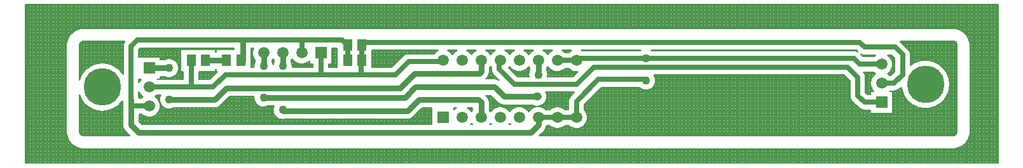
<source format=gbl>
%FSLAX44Y44*%
%MOMM*%
G71*
G01*
G75*
%ADD10C,0.2032*%
%ADD11R,1.3000X1.5000*%
%ADD12C,0.6350*%
%ADD13C,0.7620*%
%ADD14C,1.5000*%
%ADD15R,1.5000X1.5000*%
%ADD16C,5.0000*%
%ADD17R,1.5000X1.5000*%
%ADD18C,1.5000*%
%ADD19C,1.1000*%
D10*
X1620367Y882324D02*
X1618662Y882376D01*
X1640566Y856567D02*
X1640710Y859155D01*
X1640566Y861740D01*
X1640138Y864293D01*
X1639430Y866783D01*
X1638450Y869179D01*
X1637212Y871452D01*
X1635729Y873575D01*
X1634021Y875520D01*
X1632109Y877264D01*
X1630015Y878786D01*
X1627765Y880068D01*
X1625388Y881092D01*
X1622912Y881847D01*
X1620367Y882324D01*
X1623438Y859155D02*
X1622799Y861871D01*
X1621017Y864017D01*
X1618464Y865144D01*
X1623387Y858367D02*
X1623438Y859155D01*
X1623387Y858367D02*
X1623334Y856662D01*
X1561211Y847090D02*
X1560852Y849818D01*
X1559799Y852361D01*
X1558124Y854544D01*
X1561211Y847090D02*
X1560851Y849823D01*
X1559794Y852369D01*
X1558113Y854555D01*
X1494819Y847998D02*
X1497264Y847036D01*
X1499870Y846709D01*
X1494819Y847998D02*
X1497264Y847036D01*
X1499870Y846709D01*
X1490950Y851262D02*
X1488506Y852224D01*
X1485900Y852551D01*
X1490950Y851262D02*
X1488506Y852224D01*
X1485900Y852551D01*
X1613516Y807720D02*
X1613413Y810300D01*
X1613105Y812864D01*
X1612593Y815395D01*
X1611881Y817877D01*
X1610973Y820295D01*
X1609876Y822632D01*
X1608596Y824875D01*
X1607141Y827008D01*
X1605521Y829019D01*
X1603745Y830894D01*
X1601826Y832621D01*
X1599775Y834190D01*
X1597605Y835591D01*
X1595331Y836814D01*
X1592967Y837852D01*
X1590527Y838698D01*
X1588028Y839347D01*
X1585484Y839794D01*
X1582914Y840038D01*
X1580332Y840076D01*
X1577755Y839907D01*
X1575200Y839534D01*
X1572683Y838959D01*
X1570219Y838184D01*
X1567825Y837216D01*
X1565516Y836060D01*
X1563307Y834723D01*
X1561211Y833215D01*
X1539240Y798449D02*
X1541968Y798808D01*
X1544510Y799861D01*
X1546694Y801536D01*
X1539240Y798449D02*
X1541973Y798810D01*
X1544519Y799866D01*
X1546705Y801547D01*
X1537596Y834390D02*
X1537399Y836799D01*
X1536815Y839145D01*
X1535858Y841365D01*
X1534554Y843400D01*
X1532938Y845198D01*
X1531051Y846709D01*
X1530457Y821690D02*
X1532502Y823187D01*
X1534263Y825010D01*
X1535689Y827105D01*
X1536738Y829413D01*
X1537380Y831865D01*
X1537596Y834390D01*
X1514409Y846709D02*
X1512247Y844931D01*
Y823849D02*
X1515003Y821690D01*
X1533213Y819531D02*
X1530457Y821690D01*
X1501521Y816610D02*
X1501187Y819242D01*
X1500207Y821707D01*
X1498642Y823849D01*
X1501521Y816610D02*
X1501187Y819242D01*
X1500207Y821707D01*
X1498642Y823849D01*
X1515003Y821690D02*
X1513025Y820251D01*
X1511310Y818508D01*
X1509904Y816507D01*
X1508845Y814302D01*
X1508162Y811954D01*
X1507874Y809525D01*
X1507987Y807082D01*
X1508499Y804691D01*
X1509397Y802415D01*
X1510655Y800318D01*
X1512240Y798456D01*
X1480439Y792480D02*
X1480800Y789747D01*
X1481856Y787201D01*
X1483537Y785015D01*
X1480439Y792480D02*
X1480798Y789752D01*
X1481851Y787209D01*
X1483526Y785026D01*
X1216417Y852551D02*
X1215632Y853059D01*
X1202448D02*
X1201663Y852551D01*
X1123393D02*
X1122358Y853059D01*
X1110302D02*
X1107935Y851739D01*
X1105847Y850011D01*
Y828929D02*
X1107969Y827178D01*
X1110376Y825848D01*
X1112988Y824985D01*
X1115713Y824617D01*
X1118460Y824757D01*
X1101413Y850011D02*
X1099325Y851739D01*
X1096958Y853059D01*
X1084902D02*
X1082918Y851992D01*
X1081118Y850638D01*
X1079543Y849027D01*
X1078230Y847197D01*
X1076917Y849027D01*
X1075342Y850638D01*
X1073542Y851992D01*
X1071558Y853059D01*
X1076706Y829667D02*
X1078230Y831743D01*
X1079665Y829770D01*
X1081402Y828059D01*
X1083396Y826654D01*
X1085593Y825595D01*
X1087934Y824909D01*
X1090355Y824615D01*
X1092792Y824721D01*
X1095179Y825224D01*
X1097451Y826111D01*
X1099548Y827357D01*
X1101413Y828929D01*
X1078396Y820420D02*
X1078204Y822632D01*
X1077635Y824778D01*
X1076706Y826794D01*
X1221906Y812800D02*
X1221652Y815346D01*
X1220898Y817791D01*
X1219676Y820039D01*
X1200119Y803529D02*
X1202082Y801978D01*
X1204308Y800836D01*
X1206712Y800146D01*
X1209205Y799935D01*
X1211692Y800210D01*
X1214078Y800961D01*
X1216273Y802160D01*
X1218196Y803761D01*
X1219772Y805704D01*
X1220942Y807915D01*
X1221663Y810310D01*
X1221906Y812800D01*
X1108876Y792314D02*
X1107201Y790130D01*
X1106148Y787588D01*
X1105789Y784860D01*
X1108887Y792325D02*
X1107206Y790139D01*
X1106150Y787593D01*
X1105789Y784860D01*
X1078214Y818261D02*
X1078396Y820420D01*
X1077126Y791210D02*
X1076753Y794284D01*
X1075658Y797179D01*
X1057886Y780034D02*
X1060110Y779032D01*
X1062484Y778467D01*
X1064921Y778361D01*
X1067335Y778717D01*
X1069638Y779522D01*
X1071748Y780748D01*
X1073589Y782349D01*
X1075094Y784270D01*
X1076209Y786440D01*
X1076895Y788781D01*
X1077126Y791210D01*
X1059502Y853059D02*
X1057518Y851992D01*
X1055718Y850638D01*
X1054143Y849027D01*
X1052830Y847197D01*
X1051517Y849027D01*
X1049942Y850638D01*
X1048142Y851992D01*
X1046158Y853059D01*
X1052830Y831743D02*
X1054354Y829667D01*
X1034102Y853059D02*
X1032118Y851992D01*
X1030318Y850638D01*
X1028743Y849027D01*
X1027430Y847197D01*
X1026117Y849027D01*
X1024542Y850638D01*
X1022742Y851992D01*
X1020758Y853059D01*
X1008702D02*
X1006718Y851992D01*
X1004918Y850638D01*
X1003343Y849027D01*
X1002030Y847197D01*
Y831743D02*
X1002919Y830442D01*
X1054354Y826794D02*
X1053199Y824091D01*
X1052687Y821196D01*
X1052846Y818261D01*
X1027430Y831743D02*
X1028927Y829698D01*
X1030750Y827937D01*
X1032846Y826511D01*
X1035153Y825462D01*
X1037605Y824820D01*
X1040130Y824604D01*
X1042655Y824820D01*
X1045107Y825462D01*
X1047414Y826511D01*
X1049510Y827937D01*
X1051333Y829698D01*
X1052830Y831743D01*
X1026287Y830120D02*
X1027430Y831743D01*
X1002919Y828040D02*
X1003279Y825307D01*
X1004336Y822761D01*
X1006017Y820575D01*
X1002919Y828040D02*
X1003278Y825312D01*
X1004331Y822769D01*
X1006006Y820586D01*
X1011907Y783307D02*
X1014222Y781531D01*
X1016917Y780415D01*
X1019810Y780034D01*
X1011907Y783307D02*
X1014222Y781531D01*
X1016917Y780415D01*
X1019810Y780034D01*
X1013546Y813047D02*
X1011556Y814164D01*
X1009380Y814853D01*
X1007110Y815086D01*
X1013546Y813047D02*
X1011556Y814164D01*
X1009380Y814853D01*
X1007110Y815086D01*
X1549015Y803858D02*
X1549411Y801382D01*
X1549996Y798944D01*
X1550769Y796559D01*
X1551724Y794241D01*
X1552856Y792003D01*
X1554158Y789860D01*
X1555621Y787824D01*
X1557238Y785908D01*
X1558998Y784122D01*
X1560891Y782478D01*
X1562906Y780986D01*
X1565030Y779654D01*
X1567251Y778490D01*
X1569555Y777502D01*
X1571929Y776695D01*
X1574359Y776075D01*
X1576829Y775644D01*
X1579325Y775406D01*
X1581832Y775361D01*
X1584334Y775511D01*
X1586818Y775854D01*
X1589268Y776389D01*
X1591669Y777111D01*
X1594007Y778017D01*
X1596267Y779101D01*
X1598437Y780358D01*
X1600504Y781778D01*
X1602454Y783354D01*
X1604276Y785076D01*
X1605959Y786934D01*
X1607494Y788917D01*
X1608870Y791013D01*
X1610081Y793209D01*
X1611117Y795492D01*
X1611974Y797848D01*
X1612645Y800264D01*
X1613128Y802724D01*
X1613419Y805214D01*
X1613516Y807720D01*
X1492416Y776136D02*
X1494599Y774461D01*
X1497142Y773408D01*
X1499870Y773049D01*
X1492406Y776147D02*
X1494591Y774466D01*
X1497137Y773410D01*
X1499870Y773049D01*
X1640513Y741833D02*
X1640586Y742950D01*
X1614757Y721634D02*
X1617342Y721490D01*
X1619927Y721633D01*
X1622480Y722062D01*
X1624971Y722770D01*
X1627367Y723749D01*
X1629641Y724987D01*
X1631763Y726470D01*
X1633709Y728178D01*
X1635454Y730091D01*
X1636976Y732185D01*
X1638257Y734434D01*
X1639282Y736812D01*
X1640037Y739288D01*
X1640513Y741833D01*
X1618406Y738855D02*
X1620677Y739754D01*
X1622413Y741473D01*
X1623334Y743736D01*
X1616028Y738866D02*
X1614852D01*
X1101413Y773811D02*
X1099430Y775466D01*
X1097192Y776753D01*
X1094764Y777633D01*
X1092221Y778080D01*
X1089639D01*
X1087096Y777633D01*
X1084668Y776753D01*
X1082430Y775466D01*
X1080447Y773811D01*
X1131196Y763270D02*
X1131014Y765587D01*
X1130473Y767848D01*
X1129587Y769997D01*
X1128376Y771981D01*
X1126871Y773753D01*
X1105847Y752729D02*
X1107759Y751124D01*
X1109912Y749861D01*
X1112246Y748976D01*
X1114695Y748494D01*
X1117190Y748429D01*
X1119661Y748782D01*
X1122038Y749544D01*
X1124254Y750692D01*
X1126247Y752195D01*
X1127960Y754010D01*
X1129345Y756087D01*
X1130364Y758366D01*
X1130986Y760783D01*
X1131196Y763270D01*
X1080447Y752729D02*
X1082430Y751074D01*
X1084668Y749787D01*
X1087096Y748907D01*
X1089639Y748460D01*
X1092221D01*
X1094764Y748907D01*
X1097192Y749787D01*
X1099430Y751074D01*
X1101413Y752729D01*
X1076013Y773811D02*
X1074148Y775383D01*
X1072051Y776629D01*
X1069779Y777516D01*
X1067392Y778019D01*
X1064955Y778125D01*
X1062534Y777831D01*
X1060193Y777145D01*
X1057996Y776086D01*
X1056002Y774681D01*
X1054265Y772970D01*
X1052830Y770997D01*
X1051333Y773042D01*
X1049510Y774803D01*
X1047414Y776229D01*
X1045107Y777278D01*
X1042655Y777920D01*
X1040130Y778136D01*
X1037605Y777920D01*
X1035153Y777278D01*
X1032846Y776229D01*
X1030750Y774803D01*
X1028927Y773042D01*
X1027430Y770997D01*
X1025933Y773042D01*
X1024110Y774803D01*
X1022014Y776229D01*
X1019707Y777278D01*
X1017255Y777920D01*
X1014730Y778136D01*
X1012205Y777920D01*
X1009753Y777278D01*
X1007446Y776229D01*
X1005350Y774803D01*
X1003527Y773042D01*
X1002030Y770997D01*
X1073433Y745207D02*
X1075145Y747412D01*
X1076257Y749973D01*
X1076700Y752729D01*
X1073433Y745207D02*
X1075145Y747412D01*
X1076257Y749973D01*
X1076700Y752729D01*
X1027430Y755543D02*
X1028409Y754126D01*
X1026451D02*
X1027430Y755543D01*
X1002030D02*
X1003009Y754126D01*
X686461Y856254D02*
X685537Y853923D01*
X685018Y851471D01*
X684919Y848966D01*
X685242Y846480D01*
X685977Y844083D01*
X687106Y841844D01*
X688594Y839827D01*
X932502Y853059D02*
X930415Y851925D01*
X928534Y850474D01*
X926909Y848741D01*
X1002030Y847197D02*
X1000717Y849027D01*
X999142Y850638D01*
X997342Y851992D01*
X995358Y853059D01*
X983302D02*
X981318Y851992D01*
X979518Y850638D01*
X977943Y849027D01*
X976630Y847197D01*
X1000506Y829667D02*
X1002030Y831743D01*
X976630Y847197D02*
X975317Y849027D01*
X973742Y850638D01*
X971942Y851992D01*
X969958Y853059D01*
X957902D02*
X955918Y851992D01*
X954118Y850638D01*
X952543Y849027D01*
X951230Y847197D01*
X949917Y849027D01*
X948342Y850638D01*
X946542Y851992D01*
X944558Y853059D01*
X892810Y848741D02*
X890077Y848381D01*
X887531Y847324D01*
X885346Y845643D01*
X892810Y848741D02*
X890082Y848382D01*
X887540Y847329D01*
X885356Y845654D01*
X997233Y816327D02*
X999009Y818642D01*
X1000125Y821337D01*
X1000506Y824230D01*
X997233Y816327D02*
X999009Y818642D01*
X1000125Y821337D01*
X1000506Y824230D01*
X736346Y839827D02*
X737870Y841903D01*
X712470D02*
X713994Y839827D01*
X710946D02*
X712470Y841903D01*
X737870D02*
X739309Y839925D01*
X741052Y838210D01*
X743054Y836804D01*
X745258Y835745D01*
X747606Y835062D01*
X750035Y834774D01*
X752478Y834887D01*
X754869Y835399D01*
X757144Y836297D01*
X759242Y837555D01*
X761104Y839140D01*
X738036Y831850D02*
X737844Y834062D01*
X737275Y836208D01*
X736346Y838224D01*
X713994D02*
X713039Y836135D01*
X712470Y833910D01*
X711901Y836135D01*
X710946Y838224D01*
X688594D02*
X687567Y835928D01*
X687007Y833475D01*
X686935Y830961D01*
X738005D02*
X738036Y831850D01*
X515040Y865144D02*
X513762Y863133D01*
X512968Y860887D01*
X512699Y858520D01*
X515040Y865144D02*
X513762Y863133D01*
X512968Y860887D01*
X512699Y858520D01*
X462963Y882376D02*
X460378Y882520D01*
X457793Y882377D01*
X455239Y881948D01*
X452749Y881240D01*
X450353Y880261D01*
X448079Y879023D01*
X445957Y877540D01*
X444011Y875832D01*
X442266Y873919D01*
X440744Y871825D01*
X439463Y869576D01*
X438438Y867198D01*
X437683Y864722D01*
X437207Y862177D01*
X461163Y865197D02*
X462868Y865144D01*
X461163Y865197D02*
X458872Y865060D01*
X456795Y864085D01*
X455225Y862410D01*
X454386Y860274D01*
X437207Y862177D02*
X437154Y860473D01*
X586906Y829310D02*
X586675Y831739D01*
X585989Y834080D01*
X584874Y836250D01*
X583369Y838171D01*
X581528Y839772D01*
X579418Y840998D01*
X577115Y841803D01*
X574701Y842159D01*
X572264Y842053D01*
X569890Y841488D01*
X567666Y840486D01*
Y818134D02*
X569890Y817132D01*
X572264Y816567D01*
X574701Y816461D01*
X577115Y816817D01*
X579418Y817622D01*
X581528Y818848D01*
X583369Y820449D01*
X584874Y822370D01*
X585989Y824540D01*
X586675Y826881D01*
X586906Y829310D01*
X512699Y820882D02*
X511286Y822988D01*
X509712Y824976D01*
X507987Y826835D01*
X506122Y828553D01*
X504129Y830120D01*
X502019Y831527D01*
X499805Y832763D01*
X497501Y833823D01*
X495121Y834699D01*
X492680Y835386D01*
X490193Y835879D01*
X487675Y836177D01*
X485141Y836276D01*
X482607Y836177D01*
X480089Y835879D01*
X477601Y835386D01*
X475160Y834699D01*
X472780Y833823D01*
X470477Y832764D01*
X468263Y831527D01*
X466152Y830121D01*
X464159Y828554D01*
X462294Y826836D01*
X460569Y824977D01*
X458995Y822989D01*
X457582Y820883D01*
X456338Y818674D01*
X455270Y816374D01*
X454386Y813997D01*
X1000506Y783590D02*
X1000125Y786483D01*
X999009Y789178D01*
X997233Y791493D01*
X1000506Y783590D02*
X1000125Y786483D01*
X999009Y789178D01*
X997233Y791493D01*
X1002030Y770997D02*
X1000506Y773073D01*
X978154D02*
X976630Y770997D01*
X975135Y773040D01*
X973315Y774799D01*
X971223Y776224D01*
X956637D02*
X954932Y775103D01*
X953396Y773760D01*
X891540Y760984D02*
X894433Y761365D01*
X897128Y762481D01*
X899443Y764257D01*
X891540Y760984D02*
X894433Y761365D01*
X897128Y762481D01*
X899443Y764257D01*
X713462Y778764D02*
X712621Y776270D01*
X712306Y773656D01*
X712529Y771033D01*
X713282Y768511D01*
X714532Y766194D01*
X716227Y764180D01*
X718297Y762554D01*
X720654Y761383D01*
X723200Y760716D01*
X725829Y760581D01*
X728431Y760984D01*
X686995Y791464D02*
X686947Y788886D01*
X687415Y786351D01*
X688378Y783960D01*
X689799Y781809D01*
X691620Y779984D01*
X693769Y778559D01*
X696159Y777591D01*
X698693Y777119D01*
X701271Y777162D01*
X703788Y777718D01*
X706144Y778764D01*
X1001051Y754126D02*
X1002030Y755543D01*
X976630D02*
X977609Y754126D01*
X975651D02*
X976630Y755543D01*
X562642Y793369D02*
X561692Y791013D01*
X561222Y788515D01*
X561253Y785975D01*
X561783Y783490D01*
X562790Y781157D01*
X564236Y779068D01*
X566065Y777304D01*
X568205Y775933D01*
X570572Y775010D01*
X573075Y774570D01*
X575615Y774631D01*
X578094Y775189D01*
X580414Y776224D01*
X562236Y778510D02*
X562020Y781035D01*
X561378Y783487D01*
X560329Y785795D01*
X558903Y787890D01*
X557142Y789713D01*
X555097Y791210D01*
X635000Y776224D02*
X637893Y776605D01*
X640588Y777721D01*
X642903Y779497D01*
X635000Y776224D02*
X637893Y776605D01*
X640588Y777721D01*
X642903Y779497D01*
X555097Y791210D02*
X557853Y793369D01*
X536880Y814444D02*
X535122Y812335D01*
X533781Y809938D01*
Y797882D02*
X534848Y795898D01*
X536202Y794098D01*
X537813Y792523D01*
X539643Y791210D01*
X536887Y789051D01*
Y767969D02*
X538799Y766364D01*
X540952Y765101D01*
X543286Y764216D01*
X545735Y763734D01*
X548230Y763669D01*
X550701Y764022D01*
X553078Y764783D01*
X555294Y765932D01*
X557287Y767435D01*
X559000Y769250D01*
X560385Y771327D01*
X561404Y773606D01*
X562026Y776023D01*
X562236Y778510D01*
X534293Y789051D02*
X533781Y791114D01*
X454386Y793823D02*
X455289Y791401D01*
X456382Y789060D01*
X457658Y786813D01*
X459110Y784675D01*
X460728Y782659D01*
X462501Y780779D01*
X464419Y779047D01*
X466468Y777473D01*
X468637Y776067D01*
X470911Y774839D01*
X473276Y773797D01*
X475716Y772946D01*
X478217Y772293D01*
X480761Y771842D01*
X483334Y771594D01*
X485918Y771553D01*
X488497Y771719D01*
X491054Y772089D01*
X493574Y772662D01*
X496040Y773435D01*
X498437Y774402D01*
X500749Y775557D01*
X502961Y776892D01*
X505060Y778400D01*
X507032Y780071D01*
X508864Y781893D01*
X510545Y783857D01*
X512064Y785947D01*
X512064Y753110D02*
X512445Y750217D01*
X513561Y747522D01*
X515337Y745207D01*
X512064Y753110D02*
X512445Y750217D01*
X513561Y747522D01*
X515337Y745207D01*
X454333Y745643D02*
X454470Y743352D01*
X455445Y741275D01*
X457119Y739705D01*
X459256Y738866D01*
X454333Y745643D02*
X454406Y746760D01*
X437154Y747443D02*
X437010Y744858D01*
X437153Y742273D01*
X437582Y739719D01*
X438290Y737229D01*
X439269Y734833D01*
X440507Y732559D01*
X441990Y730436D01*
X443698Y728491D01*
X445611Y726746D01*
X447705Y725224D01*
X449954Y723943D01*
X452332Y722918D01*
X454808Y722163D01*
X457353Y721686D01*
X457353D02*
X459058Y721634D01*
X1631696Y877593D02*
Y914400D01*
X1629664Y879008D02*
Y914400D01*
X1627632Y880133D02*
Y914400D01*
X1637792Y870461D02*
Y914400D01*
X1635760Y873536D02*
Y914400D01*
X1633728Y875814D02*
Y914400D01*
X1619504Y882392D02*
Y914400D01*
X1617472Y882376D02*
Y914400D01*
X1615440Y882376D02*
Y914400D01*
X1625600Y881013D02*
Y914400D01*
X1623568Y881676D02*
Y914400D01*
X1621536Y882141D02*
Y914400D01*
X1631394Y877824D02*
X1677670D01*
X1633750Y875792D02*
X1677670D01*
X1635582Y873760D02*
X1677670D01*
X1637038Y871728D02*
X1677670D01*
X1638197Y869696D02*
X1677670D01*
X1639105Y867664D02*
X1677670D01*
X1613408Y882376D02*
Y914400D01*
X1611376Y882376D02*
Y914400D01*
X1609344Y882376D02*
Y914400D01*
X1622741Y881888D02*
X1677670D01*
X1628179Y879856D02*
X1677670D01*
X1607312Y882376D02*
Y914400D01*
X1605280Y882376D02*
Y914400D01*
X1603248Y882376D02*
Y914400D01*
X1601216Y882376D02*
Y914400D01*
X1599184Y882376D02*
Y914400D01*
X1597152Y882376D02*
Y914400D01*
X1595120Y882376D02*
Y914400D01*
X1593088Y882376D02*
Y914400D01*
X1591056Y882376D02*
Y914400D01*
X1589024Y882376D02*
Y914400D01*
X1586992Y882376D02*
Y914400D01*
X1584960Y882376D02*
Y914400D01*
X1582928Y882376D02*
Y914400D01*
X1580896Y882376D02*
Y914400D01*
X1578864Y882376D02*
Y914400D01*
X1576832Y882376D02*
Y914400D01*
X1574800Y882376D02*
Y914400D01*
X1572768Y882376D02*
Y914400D01*
X1570736Y882376D02*
Y914400D01*
X1568704Y882376D02*
Y914400D01*
X1566672Y882376D02*
Y914400D01*
X1564640Y882376D02*
Y914400D01*
X1562608Y882376D02*
Y914400D01*
X1560576Y882376D02*
Y914400D01*
X1639794Y865632D02*
X1677670D01*
X1640283Y863600D02*
X1677670D01*
X1639824Y865527D02*
Y914400D01*
X1640585Y861568D02*
X1677670D01*
X1640707Y859536D02*
X1677670D01*
X1607312Y826775D02*
Y865144D01*
X1613408Y810362D02*
Y865144D01*
X1611376Y819294D02*
Y865144D01*
X1609344Y823615D02*
Y865144D01*
X1640651Y857504D02*
X1677670D01*
X1640566Y855472D02*
X1677670D01*
X1640566Y853440D02*
X1677670D01*
X1640566Y851408D02*
X1677670D01*
X1640566Y849376D02*
X1677670D01*
X1640566Y852170D02*
Y856567D01*
X1623334Y852170D02*
Y856662D01*
X1560960Y849376D02*
X1623334D01*
X1640566Y847344D02*
X1677670D01*
X1561208D02*
X1623334D01*
X1599184Y834596D02*
Y865144D01*
X1597152Y835854D02*
Y865144D01*
X1595120Y836916D02*
Y865144D01*
X1605280Y829291D02*
Y865144D01*
X1603248Y831368D02*
Y865144D01*
X1601216Y833115D02*
Y865144D01*
X1589024Y839114D02*
Y865144D01*
X1584960Y839861D02*
Y865144D01*
X1582928Y840037D02*
Y865144D01*
X1593088Y837804D02*
Y865144D01*
X1591056Y838533D02*
Y865144D01*
X1586992Y839554D02*
Y865144D01*
X1580896Y840085D02*
Y865144D01*
X1578864Y840005D02*
Y865144D01*
X1576832Y839797D02*
Y865144D01*
X1574800Y839457D02*
Y865144D01*
X1572768Y838982D02*
Y865144D01*
X1570736Y838365D02*
Y865144D01*
X1568704Y837597D02*
Y865144D01*
X1566672Y836667D02*
Y865144D01*
X1564640Y835558D02*
Y865144D01*
X1562608Y834248D02*
Y865144D01*
X1561211Y833215D02*
Y847090D01*
X1558544Y882376D02*
Y914400D01*
X1556512Y882376D02*
Y914400D01*
X1554480Y882376D02*
Y914400D01*
X1552448Y882376D02*
Y914400D01*
X1550416Y882376D02*
Y914400D01*
X1548384Y882376D02*
Y914400D01*
X1546352Y882376D02*
Y914400D01*
X1544320Y882376D02*
Y914400D01*
X1542288Y882376D02*
Y914400D01*
X1540256Y882376D02*
Y914400D01*
X1538224Y882376D02*
Y914400D01*
X1536192Y882376D02*
Y914400D01*
X1534160Y882376D02*
Y914400D01*
X1532128Y882376D02*
Y914400D01*
X1530096Y882376D02*
Y914400D01*
X1528064Y882376D02*
Y914400D01*
X1526032Y882376D02*
Y914400D01*
X1524000Y882376D02*
Y914400D01*
X1521968Y882376D02*
Y914400D01*
X1519936Y882376D02*
Y914400D01*
X1517904Y882376D02*
Y914400D01*
X1515872Y882376D02*
Y914400D01*
X1513840Y882376D02*
Y914400D01*
X1511808Y882376D02*
Y914400D01*
X1509776Y882376D02*
Y914400D01*
X1507744Y882376D02*
Y914400D01*
X1505712Y882376D02*
Y914400D01*
X1503680Y882376D02*
Y914400D01*
X1501648Y882376D02*
Y914400D01*
X1499616Y882376D02*
Y914400D01*
X1497584Y882376D02*
Y914400D01*
X1495552Y882376D02*
Y914400D01*
X1493520Y882376D02*
Y914400D01*
X1491488Y882376D02*
Y914400D01*
X1489456Y882376D02*
Y914400D01*
X1487424Y882376D02*
Y914400D01*
X1485392Y882376D02*
Y914400D01*
X1483360Y882376D02*
Y914400D01*
X1481328Y882376D02*
Y914400D01*
X1479296Y882376D02*
Y914400D01*
X1477264Y882376D02*
Y914400D01*
X1475232Y882376D02*
Y914400D01*
X1473200Y882376D02*
Y914400D01*
X1471168Y882376D02*
Y914400D01*
X1469136Y882376D02*
Y914400D01*
X1467104Y882376D02*
Y914400D01*
X1465072Y882376D02*
Y914400D01*
X1554480Y858187D02*
Y865144D01*
X1553131Y859536D02*
X1623426D01*
X1552448Y860219D02*
Y865144D01*
X1560576Y850693D02*
Y865144D01*
X1558544Y854098D02*
Y865144D01*
X1556512Y856155D02*
Y865144D01*
X1547496D02*
X1618464D01*
X1549067Y863600D02*
X1621512D01*
X1548384Y864283D02*
Y865144D01*
X1547975Y864693D02*
X1558113Y854555D01*
X1551099Y861568D02*
X1622939D01*
X1550416Y862251D02*
Y865144D01*
X1555163Y857504D02*
X1623318D01*
X1557195Y855472D02*
X1623334D01*
X1559084Y853440D02*
X1623334D01*
X1560286Y851408D02*
X1623334D01*
X1495473Y847344D02*
X1496267D01*
X1489154Y853059D02*
X1490950Y851262D01*
X1536144Y846709D02*
X1540129Y842724D01*
X1494819Y847998D02*
X1497886Y844931D01*
X1463040Y882376D02*
Y914400D01*
X1461008Y882376D02*
Y914400D01*
X1458976Y882376D02*
Y914400D01*
X1456944Y882376D02*
Y914400D01*
X1454912Y882376D02*
Y914400D01*
X1452880Y882376D02*
Y914400D01*
X1450848Y882376D02*
Y914400D01*
X1448816Y882376D02*
Y914400D01*
X1446784Y882376D02*
Y914400D01*
X1444752Y882376D02*
Y914400D01*
X1442720Y882376D02*
Y914400D01*
X1440688Y882376D02*
Y914400D01*
X1438656Y882376D02*
Y914400D01*
X1436624Y882376D02*
Y914400D01*
X1434592Y882376D02*
Y914400D01*
X1489456Y851933D02*
Y852757D01*
X1432560Y882376D02*
Y914400D01*
X1430528Y882376D02*
Y914400D01*
X1428496Y882376D02*
Y914400D01*
X1215632Y853059D02*
X1489154D01*
X1216417Y852551D02*
X1485900D01*
X1640566Y845312D02*
X1677670D01*
X1640566Y843280D02*
X1677670D01*
X1640566Y841248D02*
X1677670D01*
X1640566Y839216D02*
X1677670D01*
X1640566Y837184D02*
X1677670D01*
X1640566Y835152D02*
X1677670D01*
X1561211Y845312D02*
X1623334D01*
X1561211Y843280D02*
X1623334D01*
X1561211Y841248D02*
X1623334D01*
X1588604Y839216D02*
X1623334D01*
X1640566Y833120D02*
X1677670D01*
X1594545Y837184D02*
X1623334D01*
X1640566Y831088D02*
X1677670D01*
X1640566Y829056D02*
X1677670D01*
X1640566Y827024D02*
X1677670D01*
X1640566Y824992D02*
X1677670D01*
X1640566Y822960D02*
X1677670D01*
X1640566Y820928D02*
X1677670D01*
X1640566Y818896D02*
X1677670D01*
X1640566Y816864D02*
X1677670D01*
X1640566Y814832D02*
X1677670D01*
X1640566Y812800D02*
X1677670D01*
X1640566Y810768D02*
X1677670D01*
X1640566Y808736D02*
X1677670D01*
X1561211Y839216D02*
X1573696D01*
X1598327Y835152D02*
X1623334D01*
X1561211Y837184D02*
X1567755D01*
X1601210Y833120D02*
X1623334D01*
X1561211Y835152D02*
X1563973D01*
X1536791Y839216D02*
X1540129D01*
X1537331Y837184D02*
X1540129D01*
X1537576Y835152D02*
X1540129D01*
Y824786D02*
Y842724D01*
X1537542Y833120D02*
X1540129D01*
X1538224Y822881D02*
Y844629D01*
X1611525Y818896D02*
X1623334D01*
X1612198Y816864D02*
X1623334D01*
X1612725Y814832D02*
X1623334D01*
X1613115Y812800D02*
X1623334D01*
X1613372Y810768D02*
X1623334D01*
X1613500Y808736D02*
X1623334D01*
X1603544Y831088D02*
X1623334D01*
X1605488Y829056D02*
X1623334D01*
X1607129Y827024D02*
X1623334D01*
X1608522Y824992D02*
X1623334D01*
X1609704Y822960D02*
X1623334D01*
X1610698Y820928D02*
X1623334D01*
X1640566Y806704D02*
X1677670D01*
X1640566Y804672D02*
X1677670D01*
X1640566Y802640D02*
X1677670D01*
X1640566Y800608D02*
X1677670D01*
X1640566Y798576D02*
X1677670D01*
X1640566Y796544D02*
X1677670D01*
X1613500Y806704D02*
X1623334D01*
X1613372Y804672D02*
X1623334D01*
X1613115Y802640D02*
X1623334D01*
X1612725Y800608D02*
X1623334D01*
X1612198Y798576D02*
X1623334D01*
X1611525Y796544D02*
X1623334D01*
X1640566Y794512D02*
X1677670D01*
X1640566Y792480D02*
X1677670D01*
X1640566Y790448D02*
X1677670D01*
X1640566Y788416D02*
X1677670D01*
X1640566Y786384D02*
X1677670D01*
X1640566Y784352D02*
X1677670D01*
X1610698Y794512D02*
X1623334D01*
X1609704Y792480D02*
X1623334D01*
X1608522Y790448D02*
X1623334D01*
X1640566Y782320D02*
X1677670D01*
X1640566Y780288D02*
X1677670D01*
X1640566Y778256D02*
X1677670D01*
X1547797Y802640D02*
X1549185D01*
X1545632Y800608D02*
X1549575D01*
X1546705Y801547D02*
X1549015Y803858D01*
X1540871Y798576D02*
X1550103D01*
X1607129Y788416D02*
X1623334D01*
X1537596Y796544D02*
X1550775D01*
X1537596Y798449D02*
X1539240D01*
X1537596Y792480D02*
X1552596D01*
X1537596Y790448D02*
X1553778D01*
X1537596Y794512D02*
X1551602D01*
X1605488Y786384D02*
X1623334D01*
X1603544Y784352D02*
X1623334D01*
X1537596Y788416D02*
X1555171D01*
X1601210Y782320D02*
X1623334D01*
X1598327Y780288D02*
X1623334D01*
X1594545Y778256D02*
X1623334D01*
X1537596Y784352D02*
X1558756D01*
X1537596Y782320D02*
X1561090D01*
X1537596Y786384D02*
X1556812D01*
X1537596Y778256D02*
X1567755D01*
X1537596Y780288D02*
X1563973D01*
X1532815Y845312D02*
X1537541D01*
X1534645Y843280D02*
X1539573D01*
X1534160Y843895D02*
Y846709D01*
X1535920Y841248D02*
X1540129D01*
X1537225Y831088D02*
X1540129D01*
X1536192Y840697D02*
Y846661D01*
X1531051Y846709D02*
X1536144D01*
X1532128Y845909D02*
Y846709D01*
X1499870D02*
X1514409D01*
X1536606Y829056D02*
X1540129D01*
X1535643Y827024D02*
X1540129D01*
X1534249Y824992D02*
X1540129D01*
X1536192Y820849D02*
Y828083D01*
X1534874Y819531D02*
X1540129Y824786D01*
X1534160Y819531D02*
Y824885D01*
X1532235Y822960D02*
X1538303D01*
X1532128Y820508D02*
Y822871D01*
X1531589Y820928D02*
X1536271D01*
X1533213Y819531D02*
X1534874D01*
X1511808Y844931D02*
Y846709D01*
X1509776Y844931D02*
Y846709D01*
X1507744Y844931D02*
Y846709D01*
X1505712Y844931D02*
Y846709D01*
X1511808Y819075D02*
Y823849D01*
X1503680Y844931D02*
Y846709D01*
X1501648Y844931D02*
Y846709D01*
X1497505Y845312D02*
X1512645D01*
X1497584Y845233D02*
Y846960D01*
X1497886Y844931D02*
X1512247D01*
X1498642Y823849D02*
X1512247D01*
X1499616Y844931D02*
Y846712D01*
X1513840Y820905D02*
Y822475D01*
X1500596Y820928D02*
X1513871D01*
X1499616Y822654D02*
Y823849D01*
X1501270Y818896D02*
X1511645D01*
X1501518Y816864D02*
X1510121D01*
X1499394Y822960D02*
X1513225D01*
X1220370Y818896D02*
X1473787D01*
X1219676Y820039D02*
X1472644D01*
X1221247Y816864D02*
X1475819D01*
X1509776Y816283D02*
Y823849D01*
X1501648Y796719D02*
Y823849D01*
X1507744Y794131D02*
Y823849D01*
X1505712Y794131D02*
Y823849D01*
X1503680Y794687D02*
Y823849D01*
X1501521Y814832D02*
X1509060D01*
X1501521Y812800D02*
X1508360D01*
X1501521Y810768D02*
X1507971D01*
X1501521Y808736D02*
X1507866D01*
X1501521Y806704D02*
X1508041D01*
X1501521Y796846D02*
Y816610D01*
X1533213Y798449D02*
X1537596D01*
X1507864Y798456D02*
X1512240D01*
X1509776D02*
Y801697D01*
X1507864Y794131D02*
Y798456D01*
X1504236Y794131D02*
X1507864D01*
X1503855Y794512D02*
X1507864D01*
X1501521Y802640D02*
X1509288D01*
X1501521Y800608D02*
X1510452D01*
X1501521Y804672D02*
X1508505D01*
X1501521Y798576D02*
X1512121D01*
X1501823Y796544D02*
X1507864D01*
X1501521Y796846D02*
X1504236Y794131D01*
X1472644Y820039D02*
X1480439Y812244D01*
X1221906Y812800D02*
X1479883D01*
X1221745Y814832D02*
X1477851D01*
X1221745Y810768D02*
X1480439D01*
X1221247Y808736D02*
X1480439D01*
Y792480D02*
Y812244D01*
X1220370Y806704D02*
X1480439D01*
X1219014Y804672D02*
X1480439D01*
X1216934Y802640D02*
X1480439D01*
X1213150Y800608D02*
X1480439D01*
X1144953Y798576D02*
X1480439D01*
X1142921Y796544D02*
X1480439D01*
X1140889Y794512D02*
X1480439D01*
X1138857Y792480D02*
X1480439D01*
X1136825Y790448D02*
X1480637D01*
X1134793Y788416D02*
X1481254D01*
X1130729Y784352D02*
X1484201D01*
X1128697Y782320D02*
X1486233D01*
X1132761Y786384D02*
X1482381D01*
X1126871Y778256D02*
X1490297D01*
X1126871Y780288D02*
X1488265D01*
X1426464Y882376D02*
Y914400D01*
X1424432Y882376D02*
Y914400D01*
X1422400Y882376D02*
Y914400D01*
X1420368Y882376D02*
Y914400D01*
X1418336Y882376D02*
Y914400D01*
X1416304Y882376D02*
Y914400D01*
X1414272Y882376D02*
Y914400D01*
X1412240Y882376D02*
Y914400D01*
X1410208Y882376D02*
Y914400D01*
X1408176Y882376D02*
Y914400D01*
X1406144Y882376D02*
Y914400D01*
X1404112Y882376D02*
Y914400D01*
X1402080Y882376D02*
Y914400D01*
X1400048Y882376D02*
Y914400D01*
X1398016Y882376D02*
Y914400D01*
X1395984Y882376D02*
Y914400D01*
X1393952Y882376D02*
Y914400D01*
X1391920Y882376D02*
Y914400D01*
X1389888Y882376D02*
Y914400D01*
X1387856Y882376D02*
Y914400D01*
X1385824Y882376D02*
Y914400D01*
X1383792Y882376D02*
Y914400D01*
X1381760Y882376D02*
Y914400D01*
X1379728Y882376D02*
Y914400D01*
X1377696Y882376D02*
Y914400D01*
X1375664Y882376D02*
Y914400D01*
X1373632Y882376D02*
Y914400D01*
X1371600Y882376D02*
Y914400D01*
X1369568Y882376D02*
Y914400D01*
X1367536Y882376D02*
Y914400D01*
X1365504Y882376D02*
Y914400D01*
X1363472Y882376D02*
Y914400D01*
X1361440Y882376D02*
Y914400D01*
X1359408Y882376D02*
Y914400D01*
X1357376Y882376D02*
Y914400D01*
X1355344Y882376D02*
Y914400D01*
X1353312Y882376D02*
Y914400D01*
X1351280Y882376D02*
Y914400D01*
X1349248Y882376D02*
Y914400D01*
X1347216Y882376D02*
Y914400D01*
X1345184Y882376D02*
Y914400D01*
X1343152Y882376D02*
Y914400D01*
X1341120Y882376D02*
Y914400D01*
X1339088Y882376D02*
Y914400D01*
X1337056Y882376D02*
Y914400D01*
X1335024Y882376D02*
Y914400D01*
X1332992Y882376D02*
Y914400D01*
X1330960Y882376D02*
Y914400D01*
X1328928Y882376D02*
Y914400D01*
X1326896Y882376D02*
Y914400D01*
X1324864Y882376D02*
Y914400D01*
X1322832Y882376D02*
Y914400D01*
X1320800Y882376D02*
Y914400D01*
X1318768Y882376D02*
Y914400D01*
X1316736Y882376D02*
Y914400D01*
X1314704Y882376D02*
Y914400D01*
X1312672Y882376D02*
Y914400D01*
X1310640Y882376D02*
Y914400D01*
X1308608Y882376D02*
Y914400D01*
X1306576Y882376D02*
Y914400D01*
X1304544Y882376D02*
Y914400D01*
X1302512Y882376D02*
Y914400D01*
X1300480Y882376D02*
Y914400D01*
X1298448Y882376D02*
Y914400D01*
X1296416Y882376D02*
Y914400D01*
X1294384Y882376D02*
Y914400D01*
X1292352Y882376D02*
Y914400D01*
X1290320Y882376D02*
Y914400D01*
X1288288Y882376D02*
Y914400D01*
X1286256Y882376D02*
Y914400D01*
X1284224Y882376D02*
Y914400D01*
X1282192Y882376D02*
Y914400D01*
X1280160Y882376D02*
Y914400D01*
X1278128Y882376D02*
Y914400D01*
X1276096Y882376D02*
Y914400D01*
X1274064Y882376D02*
Y914400D01*
X1272032Y882376D02*
Y914400D01*
X1270000Y882376D02*
Y914400D01*
X1267968Y882376D02*
Y914400D01*
X1265936Y882376D02*
Y914400D01*
X1263904Y882376D02*
Y914400D01*
X1261872Y882376D02*
Y914400D01*
X1259840Y882376D02*
Y914400D01*
X1257808Y882376D02*
Y914400D01*
X1255776Y882376D02*
Y914400D01*
X1253744Y882376D02*
Y914400D01*
X1251712Y882376D02*
Y914400D01*
X1249680Y882376D02*
Y914400D01*
X1247648Y882376D02*
Y914400D01*
X1245616Y882376D02*
Y914400D01*
X1243584Y882376D02*
Y914400D01*
X1241552Y882376D02*
Y914400D01*
X1239520Y882376D02*
Y914400D01*
X1237488Y882376D02*
Y914400D01*
X1235456Y882376D02*
Y914400D01*
X1233424Y882376D02*
Y914400D01*
X1231392Y882376D02*
Y914400D01*
X1229360Y882376D02*
Y914400D01*
X1227328Y882376D02*
Y914400D01*
X1225296Y882376D02*
Y914400D01*
X1223264Y882376D02*
Y914400D01*
X1221232Y882376D02*
Y914400D01*
X1219200Y882376D02*
Y914400D01*
X1217168Y882376D02*
Y914400D01*
X1215136Y882376D02*
Y914400D01*
X1213104Y882376D02*
Y914400D01*
X1211072Y882376D02*
Y914400D01*
X1209040Y882376D02*
Y914400D01*
X1207008Y882376D02*
Y914400D01*
X1204976Y882376D02*
Y914400D01*
X1202944Y882376D02*
Y914400D01*
X1200912Y882376D02*
Y914400D01*
X1198880Y882376D02*
Y914400D01*
X1196848Y882376D02*
Y914400D01*
X1194816Y882376D02*
Y914400D01*
X1192784Y882376D02*
Y914400D01*
X1190752Y882376D02*
Y914400D01*
X1188720Y882376D02*
Y914400D01*
X1186688Y882376D02*
Y914400D01*
X1184656Y882376D02*
Y914400D01*
X1182624Y882376D02*
Y914400D01*
X1180592Y882376D02*
Y914400D01*
X1178560Y882376D02*
Y914400D01*
X1176528Y882376D02*
Y914400D01*
X1174496Y882376D02*
Y914400D01*
X1172464Y882376D02*
Y914400D01*
X1170432Y882376D02*
Y914400D01*
X1168400Y882376D02*
Y914400D01*
X1166368Y882376D02*
Y914400D01*
X1164336Y882376D02*
Y914400D01*
X1162304Y882376D02*
Y914400D01*
X1160272Y882376D02*
Y914400D01*
X1158240Y882376D02*
Y914400D01*
X1156208Y882376D02*
Y914400D01*
X1154176Y882376D02*
Y914400D01*
X1152144Y882376D02*
Y914400D01*
X1150112Y882376D02*
Y914400D01*
X1148080Y882376D02*
Y914400D01*
X1146048Y882376D02*
Y914400D01*
X1144016Y882376D02*
Y914400D01*
X1141984Y882376D02*
Y914400D01*
X1139952Y882376D02*
Y914400D01*
X1137920Y882376D02*
Y914400D01*
X1135888Y882376D02*
Y914400D01*
X1133856Y882376D02*
Y914400D01*
X1131824Y882376D02*
Y914400D01*
X1129792Y882376D02*
Y914400D01*
X1127760Y882376D02*
Y914400D01*
X1125728Y882376D02*
Y914400D01*
X1123696Y882376D02*
Y914400D01*
X1121664Y882376D02*
Y914400D01*
X1119632Y882376D02*
Y914400D01*
X1117600Y882376D02*
Y914400D01*
X1115568Y882376D02*
Y914400D01*
X1113536Y882376D02*
Y914400D01*
X1111504Y882376D02*
Y914400D01*
X1109472Y882376D02*
Y914400D01*
X1107440Y882376D02*
Y914400D01*
X1105408Y882376D02*
Y914400D01*
X1103376Y882376D02*
Y914400D01*
X1101344Y882376D02*
Y914400D01*
X1099312Y882376D02*
Y914400D01*
X1097280Y882376D02*
Y914400D01*
X1095248Y882376D02*
Y914400D01*
X1093216Y882376D02*
Y914400D01*
X1091184Y882376D02*
Y914400D01*
X1089152Y882376D02*
Y914400D01*
X1087120Y882376D02*
Y914400D01*
X1085088Y882376D02*
Y914400D01*
X1083056Y882376D02*
Y914400D01*
X1081024Y882376D02*
Y914400D01*
X1078992Y882376D02*
Y914400D01*
X1076960Y882376D02*
Y914400D01*
X1074928Y882376D02*
Y914400D01*
X1072896Y882376D02*
Y914400D01*
X1070864Y882376D02*
Y914400D01*
X1068832Y882376D02*
Y914400D01*
X1066800Y882376D02*
Y914400D01*
X1064768Y882376D02*
Y914400D01*
X1062736Y882376D02*
Y914400D01*
X1060704Y882376D02*
Y914400D01*
X1058672Y882376D02*
Y914400D01*
X1056640Y882376D02*
Y914400D01*
X1054608Y882376D02*
Y914400D01*
X1052576Y882376D02*
Y914400D01*
X1050544Y882376D02*
Y914400D01*
X1048512Y882376D02*
Y914400D01*
X1046480Y882376D02*
Y914400D01*
X1044448Y882376D02*
Y914400D01*
X1122358Y853059D02*
X1202448D01*
X1123393Y852551D02*
X1201663D01*
X1107440Y851385D02*
Y853059D01*
X1096958D02*
X1110302D01*
X1099789Y851408D02*
X1107471D01*
X1105408Y850011D02*
Y853059D01*
X1101413Y850011D02*
X1105847D01*
X1103376D02*
Y853059D01*
X1115568Y821865D02*
Y824623D01*
X1113536Y819833D02*
Y824869D01*
X1111504Y818261D02*
Y825409D01*
X1111964Y818261D02*
X1118460Y824757D01*
X1109472Y818261D02*
Y826280D01*
X1099060Y827024D02*
X1108200D01*
X1094304Y824992D02*
X1112956D01*
X1101413Y828929D02*
X1105847D01*
X1078143Y822960D02*
X1116663D01*
X1078386Y820928D02*
X1114631D01*
X1078305Y818896D02*
X1112599D01*
X1101344Y850079D02*
Y853059D01*
X1099312Y851748D02*
Y853059D01*
X1083056Y852079D02*
Y853059D01*
X1081024Y850555D02*
Y853059D01*
X1078992Y848329D02*
Y853059D01*
X1071558D02*
X1084902D01*
X1074928Y850988D02*
Y853059D01*
X1056640Y851385D02*
Y853059D01*
X1076960Y848975D02*
Y853059D01*
X1076615Y849376D02*
X1079845D01*
X1077808Y831088D02*
X1078652D01*
X1077556Y824992D02*
X1087556D01*
X1076960Y826327D02*
Y829965D01*
X1074389Y851408D02*
X1082071D01*
X1076706Y829056D02*
X1080321D01*
X1076706Y826794D02*
Y829667D01*
Y827024D02*
X1082800D01*
X1221232Y816910D02*
Y820039D01*
X1149906Y803529D02*
X1200119D01*
X1146985Y800608D02*
X1204930D01*
X1149017Y802640D02*
X1201146D01*
X1107440Y818261D02*
Y827555D01*
X1078214Y818261D02*
X1111964D01*
X1105408D02*
Y828929D01*
X1126871Y780494D02*
X1149906Y803529D01*
X1075658Y797179D02*
X1113742D01*
X1108887Y792325D02*
X1113742Y797179D01*
X1111504Y794941D02*
Y797179D01*
X1109472Y792909D02*
Y797179D01*
X1077063Y792480D02*
X1109043D01*
X1107440Y790524D02*
Y797179D01*
X1075968Y796544D02*
X1113107D01*
X1076695Y794512D02*
X1111075D01*
X1077103Y790448D02*
X1107392D01*
X1076819Y788416D02*
X1106407D01*
X1076187Y786384D02*
X1105900D01*
X1075146Y784352D02*
X1105789D01*
X1103376Y818261D02*
Y828929D01*
X1101344Y818261D02*
Y828861D01*
X1099312Y818261D02*
Y827192D01*
X1097280Y818261D02*
Y826028D01*
X1095248Y818261D02*
Y825245D01*
X1093216Y818261D02*
Y824781D01*
X1091184Y818261D02*
Y824606D01*
X1089152Y818261D02*
Y824711D01*
X1085088Y818261D02*
Y825800D01*
X1081024Y818261D02*
Y828385D01*
X1083056Y818261D02*
Y826861D01*
X1078992Y818261D02*
Y830611D01*
X1087120Y818261D02*
Y825100D01*
X1076960Y793270D02*
Y797179D01*
X1093216Y777959D02*
Y797179D01*
X1091184Y778134D02*
Y797179D01*
X1089152Y778029D02*
Y797179D01*
X1073561Y782320D02*
X1105789D01*
X1071060Y780288D02*
X1105789D01*
X1068832Y777765D02*
Y779184D01*
X1046158Y853059D02*
X1059502D01*
X1054608Y849555D02*
Y853059D01*
X1042416Y882376D02*
Y914400D01*
X1052576Y847600D02*
Y853059D01*
X1040384Y882376D02*
Y914400D01*
X1038352Y882376D02*
Y914400D01*
X1036320Y882376D02*
Y914400D01*
X1034288Y882376D02*
Y914400D01*
X1032256Y882376D02*
Y914400D01*
X1030224Y882376D02*
Y914400D01*
X1050544Y850079D02*
Y853059D01*
X1048989Y851408D02*
X1056671D01*
X1048512Y851748D02*
Y853059D01*
X1051215Y849376D02*
X1054445D01*
X1052408Y831088D02*
X1053252D01*
X1020758Y853059D02*
X1034102D01*
X1032256Y852079D02*
Y853059D01*
X1023589Y851408D02*
X1031271D01*
X1030224Y850555D02*
Y853059D01*
X1025815Y849376D02*
X1029045D01*
X1028192Y882376D02*
Y914400D01*
X1026160Y882376D02*
Y914400D01*
X1024128Y882376D02*
Y914400D01*
X1022096Y882376D02*
Y914400D01*
X1020064Y882376D02*
Y914400D01*
X1018032Y882376D02*
Y914400D01*
X1016000Y882376D02*
Y914400D01*
X1013968Y882376D02*
Y914400D01*
X1011936Y882376D02*
Y914400D01*
X1009904Y882376D02*
Y914400D01*
X1007872Y882376D02*
Y914400D01*
X1005840Y882376D02*
Y914400D01*
X1028192Y848329D02*
Y853059D01*
X1024128Y850988D02*
Y853059D01*
X1005840Y851385D02*
Y853059D01*
X1027008Y831088D02*
X1027852D01*
X1026160Y848975D02*
Y853059D01*
X1003808Y882376D02*
Y914400D01*
Y849555D02*
Y853059D01*
X1001776Y847600D02*
Y853059D01*
X1054354Y826794D02*
Y829667D01*
X1050739Y829056D02*
X1054354D01*
X1048260Y827024D02*
X1054354D01*
X1052576Y818261D02*
Y831340D01*
X1050544Y818261D02*
Y828861D01*
X1043504Y824992D02*
X1053504D01*
X1048512Y818261D02*
Y827192D01*
X1046480Y818261D02*
Y826028D01*
X1044448Y818261D02*
Y825245D01*
X1026287Y830120D02*
X1038146Y818261D01*
X1042416D02*
Y824781D01*
X1040384Y818261D02*
Y824606D01*
X1038352Y818261D02*
Y824711D01*
X1042416Y777959D02*
Y780034D01*
X1040384Y778134D02*
Y780034D01*
X1038352Y778029D02*
Y780034D01*
X1033447Y822960D02*
X1052917D01*
X1035479Y820928D02*
X1052674D01*
X1031415Y824992D02*
X1036756D01*
X1037511Y818896D02*
X1052755D01*
X1019810Y780034D02*
X1057886D01*
X1038146Y818261D02*
X1052846D01*
X1030224Y826183D02*
Y828385D01*
X1029383Y827024D02*
X1032000D01*
X1028192Y828215D02*
Y830611D01*
X1034288Y822119D02*
Y825800D01*
X1036320Y820087D02*
Y825100D01*
X1032256Y824151D02*
Y826861D01*
X1027351Y829056D02*
X1029521D01*
X1002919Y828040D02*
Y830442D01*
X1001776Y815086D02*
Y831340D01*
X1009904Y814731D02*
Y816689D01*
X1009479Y814832D02*
X1011761D01*
X1007872Y815060D02*
Y818721D01*
X1005840Y815086D02*
Y820757D01*
X1003808Y815086D02*
Y823803D01*
X1006017Y820575D02*
X1013546Y813047D01*
X1002481Y792734D02*
X1011907Y783307D01*
X1640566Y758190D02*
Y852170D01*
X1623334Y758190D02*
Y852170D01*
X1621536Y740433D02*
Y863577D01*
X1619504Y739158D02*
Y864852D01*
X1617472Y738866D02*
Y865144D01*
X1615440Y738886D02*
Y865144D01*
X1613408Y738866D02*
Y805078D01*
X1611376Y738866D02*
Y796146D01*
X1609344Y738866D02*
Y791825D01*
X1607312Y738866D02*
Y788665D01*
X1605280Y738866D02*
Y786149D01*
X1640566Y776224D02*
X1677670D01*
X1640566Y774192D02*
X1677670D01*
X1640566Y772160D02*
X1677670D01*
X1640566Y770128D02*
X1677670D01*
X1640566Y768096D02*
X1677670D01*
X1640566Y766064D02*
X1677670D01*
X1588604Y776224D02*
X1623334D01*
X1537596Y774192D02*
X1623334D01*
X1537596Y772160D02*
X1623334D01*
X1537596Y770128D02*
X1623334D01*
X1640566Y764032D02*
X1677670D01*
X1603248Y738866D02*
Y784072D01*
X1601216Y738866D02*
Y782325D01*
X1599184Y738866D02*
Y780844D01*
X1597152Y738866D02*
Y779586D01*
X1595120Y738866D02*
Y778524D01*
X1593088Y738866D02*
Y777636D01*
X1591056Y738866D02*
Y776907D01*
X1568704Y738866D02*
Y777843D01*
X1570736Y738866D02*
Y777075D01*
X1537596Y768724D02*
Y798449D01*
X1564640Y738866D02*
Y779882D01*
X1566672Y738866D02*
Y778773D01*
X1562608Y738866D02*
Y781192D01*
X1589024Y738866D02*
Y776326D01*
X1586992Y738866D02*
Y775886D01*
X1584960Y738866D02*
Y775579D01*
X1582928Y738866D02*
Y775403D01*
X1580896Y738866D02*
Y775355D01*
X1578864Y738866D02*
Y775435D01*
X1537596Y776224D02*
X1573696D01*
X1507864Y768724D02*
X1537596D01*
X1507864D02*
Y773049D01*
X1574800Y738866D02*
Y775983D01*
X1576832Y738866D02*
Y775643D01*
X1572768Y738866D02*
Y776458D01*
X1677670Y702310D02*
Y914400D01*
X1676400Y702310D02*
Y914400D01*
X1674368Y702310D02*
Y914400D01*
X1672336Y702310D02*
Y914400D01*
X1670304Y702310D02*
Y914400D01*
X1668272Y702310D02*
Y914400D01*
X1666240Y702310D02*
Y914400D01*
X1664208Y702310D02*
Y914400D01*
X1662176Y702310D02*
Y914400D01*
X1660144Y702310D02*
Y914400D01*
X1658112Y702310D02*
Y914400D01*
X1656080Y702310D02*
Y914400D01*
X1654048Y702310D02*
Y914400D01*
X1652016Y702310D02*
Y914400D01*
X1649984Y702310D02*
Y914400D01*
X1647952Y702310D02*
Y914400D01*
X1645920Y702310D02*
Y914400D01*
X1643888Y702310D02*
Y914400D01*
X1558544Y738866D02*
Y784557D01*
X1560576Y738866D02*
Y782735D01*
X1556512Y738866D02*
Y786731D01*
X1641856Y702310D02*
Y914400D01*
X1554480Y738866D02*
Y789382D01*
X1552448Y738866D02*
Y792762D01*
X1548384Y738866D02*
Y803227D01*
X1550416Y738866D02*
Y797572D01*
X1546352Y738866D02*
Y801210D01*
X1544320Y738866D02*
Y799754D01*
X1542288Y738866D02*
Y798899D01*
X1540256Y738866D02*
Y798498D01*
X1538224Y738866D02*
Y798449D01*
X1536192Y738866D02*
Y768724D01*
X1534160Y738866D02*
Y768724D01*
X1507744Y738866D02*
Y773049D01*
X1532128Y738866D02*
Y768724D01*
X1505712Y738866D02*
Y773049D01*
X1530096Y738866D02*
Y768724D01*
X1528064Y738866D02*
Y768724D01*
X1526032Y738866D02*
Y768724D01*
X1524000Y738866D02*
Y768724D01*
X1521968Y738866D02*
Y768724D01*
X1519936Y738866D02*
Y768724D01*
X1517904Y738866D02*
Y768724D01*
X1515872Y738866D02*
Y768724D01*
X1513840Y738866D02*
Y768724D01*
X1511808Y738866D02*
Y768724D01*
X1509776Y738866D02*
Y768724D01*
X1493520Y738866D02*
Y775176D01*
X1489456Y738866D02*
Y779097D01*
X1491488Y738866D02*
Y777065D01*
X1487424Y738866D02*
Y781129D01*
X1483537Y785015D02*
X1492406Y776147D01*
X1126871Y776224D02*
X1492329D01*
X1485392Y738866D02*
Y783161D01*
X1481328Y738866D02*
Y788243D01*
X1483360Y738866D02*
Y785197D01*
X1479296Y738866D02*
Y813387D01*
X1499870Y773049D02*
X1507864D01*
X1503680Y738866D02*
Y773049D01*
X1501648Y738866D02*
Y773049D01*
X1499616Y738866D02*
Y773052D01*
X1497584Y738866D02*
Y773300D01*
X1495552Y738866D02*
Y773974D01*
X1128245Y772160D02*
X1507864D01*
X1129520Y770128D02*
X1507864D01*
X1126871Y774192D02*
X1495096D01*
X1130391Y768096D02*
X1623334D01*
X1130931Y766064D02*
X1623334D01*
X1131177Y764032D02*
X1623334D01*
X1471168Y738866D02*
Y820039D01*
X1469136Y738866D02*
Y820039D01*
X1467104Y738866D02*
Y820039D01*
X1465072Y738866D02*
Y820039D01*
X1463040Y738866D02*
Y820039D01*
X1461008Y738866D02*
Y820039D01*
X1458976Y738866D02*
Y820039D01*
X1456944Y738866D02*
Y820039D01*
X1454912Y738866D02*
Y820039D01*
X1452880Y738866D02*
Y820039D01*
X1450848Y738866D02*
Y820039D01*
X1448816Y738866D02*
Y820039D01*
X1475232Y738866D02*
Y817451D01*
X1477264Y738866D02*
Y815419D01*
X1473200Y738866D02*
Y819483D01*
X1446784Y738866D02*
Y820039D01*
X1444752Y738866D02*
Y820039D01*
X1442720Y738866D02*
Y820039D01*
X1440688Y738866D02*
Y820039D01*
X1438656Y738866D02*
Y820039D01*
X1436624Y738866D02*
Y820039D01*
X1434592Y738866D02*
Y820039D01*
X1432560Y738866D02*
Y820039D01*
X1430528Y738866D02*
Y820039D01*
X1428496Y738866D02*
Y820039D01*
X1426464Y738866D02*
Y820039D01*
X1424432Y738866D02*
Y820039D01*
X1422400Y738866D02*
Y820039D01*
X1420368Y738866D02*
Y820039D01*
X1418336Y738866D02*
Y820039D01*
X1416304Y738866D02*
Y820039D01*
X1414272Y738866D02*
Y820039D01*
X1412240Y738866D02*
Y820039D01*
X1410208Y738866D02*
Y820039D01*
X1408176Y738866D02*
Y820039D01*
X1406144Y738866D02*
Y820039D01*
X1404112Y738866D02*
Y820039D01*
X1402080Y738866D02*
Y820039D01*
X1400048Y738866D02*
Y820039D01*
X1398016Y738866D02*
Y820039D01*
X1395984Y738866D02*
Y820039D01*
X1393952Y738866D02*
Y820039D01*
X1391920Y738866D02*
Y820039D01*
X1389888Y738866D02*
Y820039D01*
X1387856Y738866D02*
Y820039D01*
X1385824Y738866D02*
Y820039D01*
X1383792Y738866D02*
Y820039D01*
X1381760Y738866D02*
Y820039D01*
X1379728Y738866D02*
Y820039D01*
X1377696Y738866D02*
Y820039D01*
X1375664Y738866D02*
Y820039D01*
X1373632Y738866D02*
Y820039D01*
X1371600Y738866D02*
Y820039D01*
X1369568Y738866D02*
Y820039D01*
X1367536Y738866D02*
Y820039D01*
X1365504Y738866D02*
Y820039D01*
X1363472Y738866D02*
Y820039D01*
X1361440Y738866D02*
Y820039D01*
X1359408Y738866D02*
Y820039D01*
X1357376Y738866D02*
Y820039D01*
X1355344Y738866D02*
Y820039D01*
X1353312Y738866D02*
Y820039D01*
X1351280Y738866D02*
Y820039D01*
X1349248Y738866D02*
Y820039D01*
X1347216Y738866D02*
Y820039D01*
X1345184Y738866D02*
Y820039D01*
X1343152Y738866D02*
Y820039D01*
X1341120Y738866D02*
Y820039D01*
X1339088Y738866D02*
Y820039D01*
X1337056Y738866D02*
Y820039D01*
X1640566Y762000D02*
X1677670D01*
X1640566Y759968D02*
X1677670D01*
X1640566Y757936D02*
X1677670D01*
X1640566Y755904D02*
X1677670D01*
X1640566Y753872D02*
X1677670D01*
X1640566Y743538D02*
Y758190D01*
Y751840D02*
X1677670D01*
X1640566Y749808D02*
X1677670D01*
X1640566Y747776D02*
X1677670D01*
X1640566Y745744D02*
X1677670D01*
X1640566Y743712D02*
X1677670D01*
X1640493Y741680D02*
X1677670D01*
X1640122Y739648D02*
X1677670D01*
X1639560Y737616D02*
X1677670D01*
X1638792Y735584D02*
X1677670D01*
X1637794Y733552D02*
X1677670D01*
X1639824Y702310D02*
Y738483D01*
X1636531Y731520D02*
X1677670D01*
X1634945Y729488D02*
X1677670D01*
X1632939Y727456D02*
X1677670D01*
X1630320Y725424D02*
X1677670D01*
X1626578Y723392D02*
X1677670D01*
X1637792Y702310D02*
Y733549D01*
X1635760Y702310D02*
Y730474D01*
X1633728Y702310D02*
Y728196D01*
X1631696Y702310D02*
Y726417D01*
X1629664Y702310D02*
Y725002D01*
X1627632Y702310D02*
Y723877D01*
X1623334Y743736D02*
Y758190D01*
X1616028Y738866D02*
X1617980D01*
X1625600Y702310D02*
Y722997D01*
X1623568Y702310D02*
Y722334D01*
X1621536Y702310D02*
Y721869D01*
X1619504Y702310D02*
Y721590D01*
X1617472Y702310D02*
Y721491D01*
X1615440Y702310D02*
Y721568D01*
X1613408Y702310D02*
Y721634D01*
X1611376Y702310D02*
Y721634D01*
X1609344Y702310D02*
Y721634D01*
X1607312Y702310D02*
Y721634D01*
X1605280Y702310D02*
Y721634D01*
X1603248Y702310D02*
Y721634D01*
X1601216Y702310D02*
Y721634D01*
X1599184Y702310D02*
Y721634D01*
X1597152Y702310D02*
Y721634D01*
X1595120Y702310D02*
Y721634D01*
X1593088Y702310D02*
Y721634D01*
X1591056Y702310D02*
Y721634D01*
X1589024Y702310D02*
Y721634D01*
X1586992Y702310D02*
Y721634D01*
X1584960Y702310D02*
Y721634D01*
X1582928Y702310D02*
Y721634D01*
X1580896Y702310D02*
Y721634D01*
X1578864Y702310D02*
Y721634D01*
X1576832Y702310D02*
Y721634D01*
X1574800Y702310D02*
Y721634D01*
X1572768Y702310D02*
Y721634D01*
X1570736Y702310D02*
Y721634D01*
X1568704Y702310D02*
Y721634D01*
X1566672Y702310D02*
Y721634D01*
X1564640Y702310D02*
Y721634D01*
X1562608Y702310D02*
Y721634D01*
X1560576Y702310D02*
Y721634D01*
X1558544Y702310D02*
Y721634D01*
X1556512Y702310D02*
Y721634D01*
X1554480Y702310D02*
Y721634D01*
X1552448Y702310D02*
Y721634D01*
X1550416Y702310D02*
Y721634D01*
X1548384Y702310D02*
Y721634D01*
X1546352Y702310D02*
Y721634D01*
X1544320Y702310D02*
Y721634D01*
X1542288Y702310D02*
Y721634D01*
X1540256Y702310D02*
Y721634D01*
X1538224Y702310D02*
Y721634D01*
X1536192Y702310D02*
Y721634D01*
X1534160Y702310D02*
Y721634D01*
X1532128Y702310D02*
Y721634D01*
X1530096Y702310D02*
Y721634D01*
X1528064Y702310D02*
Y721634D01*
X1526032Y702310D02*
Y721634D01*
X1524000Y702310D02*
Y721634D01*
X1521968Y702310D02*
Y721634D01*
X1519936Y702310D02*
Y721634D01*
X1517904Y702310D02*
Y721634D01*
X1515872Y702310D02*
Y721634D01*
X1513840Y702310D02*
Y721634D01*
X1511808Y702310D02*
Y721634D01*
X1509776Y702310D02*
Y721634D01*
X1507744Y702310D02*
Y721634D01*
X1505712Y702310D02*
Y721634D01*
X1503680Y702310D02*
Y721634D01*
X1131142Y762000D02*
X1623334D01*
X1130825Y759968D02*
X1623334D01*
X1130206Y757936D02*
X1623334D01*
X1129243Y755904D02*
X1623334D01*
X1127849Y753872D02*
X1623334D01*
X1125835Y751840D02*
X1623334D01*
X1122636Y749808D02*
X1623334D01*
X1075351Y747776D02*
X1623334D01*
X1073935Y745744D02*
X1623334D01*
X1071937Y743712D02*
X1623329D01*
X1069905Y741680D02*
X1622545D01*
X1067873Y739648D02*
X1620509D01*
X1501648Y702310D02*
Y721634D01*
X1499616Y702310D02*
Y721634D01*
X1497584Y702310D02*
Y721634D01*
X1495552Y702310D02*
Y721634D01*
X1493520Y702310D02*
Y721634D01*
X1491488Y702310D02*
Y721634D01*
X1067091Y738866D02*
X1614852D01*
X1489456Y702310D02*
Y721634D01*
X1487424Y702310D02*
Y721634D01*
X1485392Y702310D02*
Y721634D01*
X1483360Y702310D02*
Y721634D01*
X1481328Y702310D02*
Y721634D01*
X1479296Y702310D02*
Y721634D01*
X1477264Y702310D02*
Y721634D01*
X1475232Y702310D02*
Y721634D01*
X1473200Y702310D02*
Y721634D01*
X1471168Y702310D02*
Y721634D01*
X1469136Y702310D02*
Y721634D01*
X1467104Y702310D02*
Y721634D01*
X1465072Y702310D02*
Y721634D01*
X1463040Y702310D02*
Y721634D01*
X1461008Y702310D02*
Y721634D01*
X1458976Y702310D02*
Y721634D01*
X1456944Y702310D02*
Y721634D01*
X1454912Y702310D02*
Y721634D01*
X1452880Y702310D02*
Y721634D01*
X1450848Y702310D02*
Y721634D01*
X1448816Y702310D02*
Y721634D01*
X1446784Y702310D02*
Y721634D01*
X1444752Y702310D02*
Y721634D01*
X1442720Y702310D02*
Y721634D01*
X1440688Y702310D02*
Y721634D01*
X1438656Y702310D02*
Y721634D01*
X1436624Y702310D02*
Y721634D01*
X1434592Y702310D02*
Y721634D01*
X1432560Y702310D02*
Y721634D01*
X1430528Y702310D02*
Y721634D01*
X1428496Y702310D02*
Y721634D01*
X1426464Y702310D02*
Y721634D01*
X1424432Y702310D02*
Y721634D01*
X1422400Y702310D02*
Y721634D01*
X1420368Y702310D02*
Y721634D01*
X1418336Y702310D02*
Y721634D01*
X1416304Y702310D02*
Y721634D01*
X1414272Y702310D02*
Y721634D01*
X1412240Y702310D02*
Y721634D01*
X1410208Y702310D02*
Y721634D01*
X1408176Y702310D02*
Y721634D01*
X1406144Y702310D02*
Y721634D01*
X1404112Y702310D02*
Y721634D01*
X1402080Y702310D02*
Y721634D01*
X1400048Y702310D02*
Y721634D01*
X1398016Y702310D02*
Y721634D01*
X1395984Y702310D02*
Y721634D01*
X1393952Y702310D02*
Y721634D01*
X1391920Y702310D02*
Y721634D01*
X1389888Y702310D02*
Y721634D01*
X1387856Y702310D02*
Y721634D01*
X1385824Y702310D02*
Y721634D01*
X1383792Y702310D02*
Y721634D01*
X1381760Y702310D02*
Y721634D01*
X1379728Y702310D02*
Y721634D01*
X1377696Y702310D02*
Y721634D01*
X1375664Y702310D02*
Y721634D01*
X1373632Y702310D02*
Y721634D01*
X1371600Y702310D02*
Y721634D01*
X1369568Y702310D02*
Y721634D01*
X1367536Y702310D02*
Y721634D01*
X1365504Y702310D02*
Y721634D01*
X1363472Y702310D02*
Y721634D01*
X1361440Y702310D02*
Y721634D01*
X1359408Y702310D02*
Y721634D01*
X1357376Y702310D02*
Y721634D01*
X1355344Y702310D02*
Y721634D01*
X1353312Y702310D02*
Y721634D01*
X1351280Y702310D02*
Y721634D01*
X1349248Y702310D02*
Y721634D01*
X1347216Y702310D02*
Y721634D01*
X1345184Y702310D02*
Y721634D01*
X1343152Y702310D02*
Y721634D01*
X1341120Y702310D02*
Y721634D01*
X1339088Y702310D02*
Y721634D01*
X1335024Y738866D02*
Y820039D01*
X1332992Y738866D02*
Y820039D01*
X1330960Y738866D02*
Y820039D01*
X1328928Y738866D02*
Y820039D01*
X1326896Y738866D02*
Y820039D01*
X1324864Y738866D02*
Y820039D01*
X1322832Y738866D02*
Y820039D01*
X1320800Y738866D02*
Y820039D01*
X1318768Y738866D02*
Y820039D01*
X1316736Y738866D02*
Y820039D01*
X1314704Y738866D02*
Y820039D01*
X1312672Y738866D02*
Y820039D01*
X1310640Y738866D02*
Y820039D01*
X1308608Y738866D02*
Y820039D01*
X1306576Y738866D02*
Y820039D01*
X1304544Y738866D02*
Y820039D01*
X1302512Y738866D02*
Y820039D01*
X1300480Y738866D02*
Y820039D01*
X1298448Y738866D02*
Y820039D01*
X1296416Y738866D02*
Y820039D01*
X1294384Y738866D02*
Y820039D01*
X1292352Y738866D02*
Y820039D01*
X1290320Y738866D02*
Y820039D01*
X1288288Y738866D02*
Y820039D01*
X1286256Y738866D02*
Y820039D01*
X1284224Y738866D02*
Y820039D01*
X1282192Y738866D02*
Y820039D01*
X1280160Y738866D02*
Y820039D01*
X1278128Y738866D02*
Y820039D01*
X1276096Y738866D02*
Y820039D01*
X1274064Y738866D02*
Y820039D01*
X1272032Y738866D02*
Y820039D01*
X1270000Y738866D02*
Y820039D01*
X1267968Y738866D02*
Y820039D01*
X1265936Y738866D02*
Y820039D01*
X1263904Y738866D02*
Y820039D01*
X1261872Y738866D02*
Y820039D01*
X1259840Y738866D02*
Y820039D01*
X1257808Y738866D02*
Y820039D01*
X1255776Y738866D02*
Y820039D01*
X1253744Y738866D02*
Y820039D01*
X1251712Y738866D02*
Y820039D01*
X1249680Y738866D02*
Y820039D01*
X1247648Y738866D02*
Y820039D01*
X1245616Y738866D02*
Y820039D01*
X1243584Y738866D02*
Y820039D01*
X1241552Y738866D02*
Y820039D01*
X1239520Y738866D02*
Y820039D01*
X1237488Y738866D02*
Y820039D01*
X1235456Y738866D02*
Y820039D01*
X1233424Y738866D02*
Y820039D01*
X1231392Y738866D02*
Y820039D01*
X1229360Y738866D02*
Y820039D01*
X1227328Y738866D02*
Y820039D01*
X1225296Y738866D02*
Y820039D01*
X1223264Y738866D02*
Y820039D01*
X1221232Y738866D02*
Y808690D01*
X1219200Y738866D02*
Y804906D01*
X1217168Y738866D02*
Y802827D01*
X1200912Y738866D02*
Y802827D01*
X1215136Y738866D02*
Y801470D01*
X1213104Y738866D02*
Y800593D01*
X1211072Y738866D02*
Y800096D01*
X1209040Y738866D02*
Y799934D01*
X1207008Y738866D02*
Y800096D01*
X1204976Y738866D02*
Y800593D01*
X1198880Y738866D02*
Y803529D01*
X1202944Y738866D02*
Y801470D01*
X1196848Y738866D02*
Y803529D01*
X1194816Y738866D02*
Y803529D01*
X1192784Y738866D02*
Y803529D01*
X1190752Y738866D02*
Y803529D01*
X1188720Y738866D02*
Y803529D01*
X1186688Y738866D02*
Y803529D01*
X1184656Y738866D02*
Y803529D01*
X1182624Y738866D02*
Y803529D01*
X1180592Y738866D02*
Y803529D01*
X1178560Y738866D02*
Y803529D01*
X1176528Y738866D02*
Y803529D01*
X1174496Y738866D02*
Y803529D01*
X1172464Y738866D02*
Y803529D01*
X1170432Y738866D02*
Y803529D01*
X1168400Y738866D02*
Y803529D01*
X1166368Y738866D02*
Y803529D01*
X1164336Y738866D02*
Y803529D01*
X1162304Y738866D02*
Y803529D01*
X1160272Y738866D02*
Y803529D01*
X1158240Y738866D02*
Y803529D01*
X1156208Y738866D02*
Y803529D01*
X1154176Y738866D02*
Y803529D01*
X1152144Y738866D02*
Y803529D01*
X1150112Y738866D02*
Y803529D01*
X1148080Y738866D02*
Y801703D01*
X1146048Y738866D02*
Y799671D01*
X1144016Y738866D02*
Y797639D01*
X1101344Y773879D02*
Y797179D01*
X1099312Y775548D02*
Y797179D01*
X1097280Y776712D02*
Y797179D01*
X1105408Y773811D02*
Y797179D01*
X1105789Y773811D02*
Y784860D01*
X1103376Y773811D02*
Y797179D01*
X1095248Y777495D02*
Y797179D01*
X1087120Y777639D02*
Y797179D01*
X1085088Y776940D02*
Y797179D01*
X1083056Y775879D02*
Y797179D01*
X1081024Y774355D02*
Y797179D01*
X1078992Y773811D02*
Y797179D01*
X1098223Y776224D02*
X1105789D01*
X1101015Y774192D02*
X1105789D01*
X1075615D02*
X1080845D01*
X1126871Y773753D02*
Y780494D01*
X1101413Y773811D02*
X1105789D01*
X1072896Y776183D02*
Y781673D01*
X1070864Y777146D02*
Y780168D01*
X1060704Y777331D02*
Y778845D01*
X1074928Y774789D02*
Y784018D01*
X1072823Y776224D02*
X1083637D01*
X1058672Y776460D02*
Y779621D01*
X1046480Y776712D02*
Y780034D01*
X1044448Y777495D02*
Y780034D01*
X1036320Y777639D02*
Y780034D01*
X1056640Y775185D02*
Y780034D01*
X1050544Y773879D02*
Y780034D01*
X1048512Y775548D02*
Y780034D01*
X1013968Y778117D02*
Y781683D01*
X1016000Y778082D02*
Y780704D01*
X1011936Y777871D02*
Y783279D01*
X1007872Y776460D02*
Y787343D01*
X1009904Y777331D02*
Y785311D01*
X1005840Y775185D02*
Y789375D01*
X1034288Y776940D02*
Y780034D01*
X1047423Y776224D02*
X1058237D01*
X1032256Y775879D02*
Y780034D01*
X1030224Y774355D02*
Y780034D01*
X1050215Y774192D02*
X1055445D01*
X1024815D02*
X1030045D01*
X1022096Y776183D02*
Y780034D01*
X1020064Y777146D02*
Y780034D01*
X1018032Y777765D02*
Y780176D01*
X1022023Y776224D02*
X1032837D01*
X1024128Y774789D02*
Y780034D01*
X1141984Y738866D02*
Y795607D01*
X1139952Y738866D02*
Y793575D01*
X1137920Y738866D02*
Y791543D01*
X1135888Y738866D02*
Y789511D01*
X1133856Y738866D02*
Y787479D01*
X1131824Y738866D02*
Y785447D01*
X1129792Y769576D02*
Y783415D01*
X1127760Y772775D02*
Y781383D01*
X1076013Y773811D02*
X1080447D01*
X1129792Y738866D02*
Y756964D01*
X1127760Y738866D02*
Y753765D01*
X1125728Y738866D02*
Y751751D01*
X1123696Y738866D02*
Y750357D01*
X1105408Y738866D02*
Y752729D01*
X1107440Y738866D02*
Y751355D01*
X1103376Y738866D02*
Y752729D01*
X1101413D02*
X1105847D01*
X1100435Y751840D02*
X1106825D01*
X1076634D02*
X1081425D01*
X1101344Y738866D02*
Y752661D01*
X1099312Y738866D02*
Y750992D01*
X1076960Y773811D02*
Y789150D01*
X1054608Y773355D02*
Y780034D01*
X1052045Y772160D02*
X1053615D01*
X1052576Y771400D02*
Y780034D01*
X1028192Y772129D02*
Y780034D01*
X1026160Y772775D02*
Y780034D01*
X1026645Y772160D02*
X1028215D01*
X1003808Y773355D02*
Y791407D01*
X1001776Y771400D02*
Y792734D01*
X1076700Y752729D02*
X1080447D01*
X1078992Y738866D02*
Y752729D01*
X1081024Y738866D02*
Y752185D01*
X1076960Y738866D02*
Y752729D01*
X1026451Y754126D02*
X1028409D01*
X1001776D02*
Y755140D01*
X1337056Y702310D02*
Y721634D01*
X1335024Y702310D02*
Y721634D01*
X1332992Y702310D02*
Y721634D01*
X1330960Y702310D02*
Y721634D01*
X1328928Y702310D02*
Y721634D01*
X1326896Y702310D02*
Y721634D01*
X1324864Y702310D02*
Y721634D01*
X1322832Y702310D02*
Y721634D01*
X1320800Y702310D02*
Y721634D01*
X1318768Y702310D02*
Y721634D01*
X1316736Y702310D02*
Y721634D01*
X1314704Y702310D02*
Y721634D01*
X1312672Y702310D02*
Y721634D01*
X1310640Y702310D02*
Y721634D01*
X1308608Y702310D02*
Y721634D01*
X1306576Y702310D02*
Y721634D01*
X1304544Y702310D02*
Y721634D01*
X1302512Y702310D02*
Y721634D01*
X1300480Y702310D02*
Y721634D01*
X1298448Y702310D02*
Y721634D01*
X1296416Y702310D02*
Y721634D01*
X1294384Y702310D02*
Y721634D01*
X1292352Y702310D02*
Y721634D01*
X1290320Y702310D02*
Y721634D01*
X1288288Y702310D02*
Y721634D01*
X1286256Y702310D02*
Y721634D01*
X1284224Y702310D02*
Y721634D01*
X1282192Y702310D02*
Y721634D01*
X1280160Y702310D02*
Y721634D01*
X1278128Y702310D02*
Y721634D01*
X1276096Y702310D02*
Y721634D01*
X1274064Y702310D02*
Y721634D01*
X1272032Y702310D02*
Y721634D01*
X1270000Y702310D02*
Y721634D01*
X1267968Y702310D02*
Y721634D01*
X1265936Y702310D02*
Y721634D01*
X1263904Y702310D02*
Y721634D01*
X1261872Y702310D02*
Y721634D01*
X1259840Y702310D02*
Y721634D01*
X1257808Y702310D02*
Y721634D01*
X1255776Y702310D02*
Y721634D01*
X1253744Y702310D02*
Y721634D01*
X1251712Y702310D02*
Y721634D01*
X1249680Y702310D02*
Y721634D01*
X1247648Y702310D02*
Y721634D01*
X1245616Y702310D02*
Y721634D01*
X1243584Y702310D02*
Y721634D01*
X1241552Y702310D02*
Y721634D01*
X1239520Y702310D02*
Y721634D01*
X1237488Y702310D02*
Y721634D01*
X1235456Y702310D02*
Y721634D01*
X1233424Y702310D02*
Y721634D01*
X1231392Y702310D02*
Y721634D01*
X1229360Y702310D02*
Y721634D01*
X1227328Y702310D02*
Y721634D01*
X1225296Y702310D02*
Y721634D01*
X1223264Y702310D02*
Y721634D01*
X1221232Y702310D02*
Y721634D01*
X1219200Y702310D02*
Y721634D01*
X1217168Y702310D02*
Y721634D01*
X1215136Y702310D02*
Y721634D01*
X1213104Y702310D02*
Y721634D01*
X1211072Y702310D02*
Y721634D01*
X1209040Y702310D02*
Y721634D01*
X1207008Y702310D02*
Y721634D01*
X1204976Y702310D02*
Y721634D01*
X1202944Y702310D02*
Y721634D01*
X1200912Y702310D02*
Y721634D01*
X1198880Y702310D02*
Y721634D01*
X1196848Y702310D02*
Y721634D01*
X1194816Y702310D02*
Y721634D01*
X1192784Y702310D02*
Y721634D01*
X1190752Y702310D02*
Y721634D01*
X1188720Y702310D02*
Y721634D01*
X1186688Y702310D02*
Y721634D01*
X1184656Y702310D02*
Y721634D01*
X1182624Y702310D02*
Y721634D01*
X1180592Y702310D02*
Y721634D01*
X1178560Y702310D02*
Y721634D01*
X1176528Y702310D02*
Y721634D01*
X1174496Y702310D02*
Y721634D01*
X1172464Y702310D02*
Y721634D01*
X1170432Y702310D02*
Y721634D01*
X1168400Y702310D02*
Y721634D01*
X1166368Y702310D02*
Y721634D01*
X1164336Y702310D02*
Y721634D01*
X1162304Y702310D02*
Y721634D01*
X1160272Y702310D02*
Y721634D01*
X1158240Y702310D02*
Y721634D01*
X1156208Y702310D02*
Y721634D01*
X1154176Y702310D02*
Y721634D01*
X1152144Y702310D02*
Y721634D01*
X1150112Y702310D02*
Y721634D01*
X1148080Y702310D02*
Y721634D01*
X1146048Y702310D02*
Y721634D01*
X1144016Y702310D02*
Y721634D01*
X1141984Y702310D02*
Y721634D01*
X1139952Y702310D02*
Y721634D01*
X1137920Y702310D02*
Y721634D01*
X1135888Y702310D02*
Y721634D01*
X1121664Y738866D02*
Y749394D01*
X1119632Y738866D02*
Y748775D01*
X1117600Y738866D02*
Y748458D01*
X1113536Y738866D02*
Y748669D01*
X1115568Y738866D02*
Y748423D01*
X1111504Y738866D02*
Y749209D01*
X1133856Y702310D02*
Y721634D01*
X1131824Y702310D02*
Y721634D01*
X1129792Y702310D02*
Y721634D01*
X1127760Y702310D02*
Y721634D01*
X1125728Y702310D02*
Y721634D01*
X1123696Y702310D02*
Y721634D01*
X1121664Y702310D02*
Y721634D01*
X1119632Y702310D02*
Y721634D01*
X1117600Y702310D02*
Y721634D01*
X1115568Y702310D02*
Y721634D01*
X1113536Y702310D02*
Y721634D01*
X1111504Y702310D02*
Y721634D01*
X1097236Y749808D02*
X1110023D01*
X1109472Y738866D02*
Y750080D01*
X1097280Y738866D02*
Y749828D01*
X1095248Y738866D02*
Y749045D01*
X1093216Y738866D02*
Y748581D01*
X1091184Y738866D02*
Y748406D01*
X1087120Y738866D02*
Y748901D01*
X1089152Y738866D02*
Y748511D01*
X1076207Y749808D02*
X1084623D01*
X1083056Y738866D02*
Y750661D01*
X1085088Y738866D02*
Y749600D01*
X1074928Y738866D02*
Y747062D01*
X1109472Y702310D02*
Y721634D01*
X1107440Y702310D02*
Y721634D01*
X1105408Y702310D02*
Y721634D01*
X1103376Y702310D02*
Y721634D01*
X1101344Y702310D02*
Y721634D01*
X1099312Y702310D02*
Y721634D01*
X1072896Y738866D02*
Y744671D01*
X1070864Y738866D02*
Y742639D01*
X1068832Y738866D02*
Y740607D01*
X1097280Y702310D02*
Y721634D01*
X1067091Y738866D02*
X1073433Y745207D01*
X1095248Y702310D02*
Y721634D01*
X1093216Y702310D02*
Y721634D01*
X1091184Y702310D02*
Y721634D01*
X1089152Y702310D02*
Y721634D01*
X1087120Y702310D02*
Y721634D01*
X1085088Y702310D02*
Y721634D01*
X1083056Y702310D02*
Y721634D01*
X1081024Y702310D02*
Y721634D01*
X1078992Y702310D02*
Y721634D01*
X1076960Y702310D02*
Y721634D01*
X1074928Y702310D02*
Y721634D01*
X1072896Y702310D02*
Y721634D01*
X1070864Y702310D02*
Y721634D01*
X1068832Y702310D02*
Y721634D01*
X1066800Y702310D02*
Y721634D01*
X1064768Y702310D02*
Y721634D01*
X1062736Y702310D02*
Y721634D01*
X1060704Y702310D02*
Y721634D01*
X1058672Y702310D02*
Y721634D01*
X1056640Y702310D02*
Y721634D01*
X1054608Y702310D02*
Y721634D01*
X1052576Y702310D02*
Y721634D01*
X1050544Y702310D02*
Y721634D01*
X1048512Y702310D02*
Y721634D01*
X1046480Y702310D02*
Y721634D01*
X1044448Y702310D02*
Y721634D01*
X1042416Y702310D02*
Y721634D01*
X1040384Y702310D02*
Y721634D01*
X1038352Y702310D02*
Y721634D01*
X1036320Y702310D02*
Y721634D01*
X1034288Y702310D02*
Y721634D01*
X1032256Y702310D02*
Y721634D01*
X1030224Y702310D02*
Y721634D01*
X1028192Y702310D02*
Y721634D01*
X1026160Y702310D02*
Y721634D01*
X1024128Y702310D02*
Y721634D01*
X1022096Y702310D02*
Y721634D01*
X1020064Y702310D02*
Y721634D01*
X1018032Y702310D02*
Y721634D01*
X1016000Y702310D02*
Y721634D01*
X1013968Y702310D02*
Y721634D01*
X1011936Y702310D02*
Y721634D01*
X1009904Y702310D02*
Y721634D01*
X1007872Y702310D02*
Y721634D01*
X1005840Y702310D02*
Y721634D01*
X1003808Y702310D02*
Y721634D01*
X1001776Y702310D02*
Y721634D01*
Y882376D02*
Y914400D01*
X999744Y882376D02*
Y914400D01*
X997712Y882376D02*
Y914400D01*
X995680Y882376D02*
Y914400D01*
X993648Y882376D02*
Y914400D01*
X991616Y882376D02*
Y914400D01*
X989584Y882376D02*
Y914400D01*
X987552Y882376D02*
Y914400D01*
X985520Y882376D02*
Y914400D01*
X983488Y882376D02*
Y914400D01*
X981456Y882376D02*
Y914400D01*
X979424Y882376D02*
Y914400D01*
X977392Y882376D02*
Y914400D01*
X975360Y882376D02*
Y914400D01*
X973328Y882376D02*
Y914400D01*
X971296Y882376D02*
Y914400D01*
X969264Y882376D02*
Y914400D01*
X967232Y882376D02*
Y914400D01*
X965200Y882376D02*
Y914400D01*
X963168Y882376D02*
Y914400D01*
X961136Y882376D02*
Y914400D01*
X959104Y882376D02*
Y914400D01*
X957072Y882376D02*
Y914400D01*
X955040Y882376D02*
Y914400D01*
X953008Y882376D02*
Y914400D01*
X950976Y882376D02*
Y914400D01*
X948944Y882376D02*
Y914400D01*
X946912Y882376D02*
Y914400D01*
X944880Y882376D02*
Y914400D01*
X942848Y882376D02*
Y914400D01*
X940816Y882376D02*
Y914400D01*
X938784Y882376D02*
Y914400D01*
X936752Y882376D02*
Y914400D01*
X934720Y882376D02*
Y914400D01*
X932688Y882376D02*
Y914400D01*
X930656Y882376D02*
Y914400D01*
X928624Y882376D02*
Y914400D01*
X926592Y882376D02*
Y914400D01*
X924560Y882376D02*
Y914400D01*
X922528Y882376D02*
Y914400D01*
X920496Y882376D02*
Y914400D01*
X918464Y882376D02*
Y914400D01*
X916432Y882376D02*
Y914400D01*
X914400Y882376D02*
Y914400D01*
X912368Y882376D02*
Y914400D01*
X910336Y882376D02*
Y914400D01*
X908304Y882376D02*
Y914400D01*
X906272Y882376D02*
Y914400D01*
X904240Y882376D02*
Y914400D01*
X902208Y882376D02*
Y914400D01*
X900176Y882376D02*
Y914400D01*
X898144Y882376D02*
Y914400D01*
X896112Y882376D02*
Y914400D01*
X894080Y882376D02*
Y914400D01*
X892048Y882376D02*
Y914400D01*
X890016Y882376D02*
Y914400D01*
X887984Y882376D02*
Y914400D01*
X885952Y882376D02*
Y914400D01*
X883920Y882376D02*
Y914400D01*
X881888Y882376D02*
Y914400D01*
X879856Y882376D02*
Y914400D01*
X877824Y882376D02*
Y914400D01*
X875792Y882376D02*
Y914400D01*
X873760Y882376D02*
Y914400D01*
X871728Y882376D02*
Y914400D01*
X869696Y882376D02*
Y914400D01*
X867664Y882376D02*
Y914400D01*
X865632Y882376D02*
Y914400D01*
X863600Y882376D02*
Y914400D01*
X861568Y882376D02*
Y914400D01*
X859536Y882376D02*
Y914400D01*
X857504Y882376D02*
Y914400D01*
X855472Y882376D02*
Y914400D01*
X853440Y882376D02*
Y914400D01*
X851408Y882376D02*
Y914400D01*
X849376Y882376D02*
Y914400D01*
X847344Y882376D02*
Y914400D01*
X845312Y882376D02*
Y914400D01*
X843280Y882376D02*
Y914400D01*
X841248Y882376D02*
Y914400D01*
X839216Y882376D02*
Y914400D01*
X837184Y882376D02*
Y914400D01*
X835152Y882376D02*
Y914400D01*
X833120Y882376D02*
Y914400D01*
X831088Y882376D02*
Y914400D01*
X829056Y882376D02*
Y914400D01*
X827024Y882376D02*
Y914400D01*
X824992Y882376D02*
Y914400D01*
X822960Y882376D02*
Y914400D01*
X820928Y882376D02*
Y914400D01*
X818896Y882376D02*
Y914400D01*
X816864Y882376D02*
Y914400D01*
X814832Y882376D02*
Y914400D01*
X812800Y882376D02*
Y914400D01*
X810768Y882376D02*
Y914400D01*
X808736Y882376D02*
Y914400D01*
X806704Y882376D02*
Y914400D01*
X804672Y882376D02*
Y914400D01*
X802640Y882376D02*
Y914400D01*
X800608Y882376D02*
Y914400D01*
X798576Y882376D02*
Y914400D01*
X403860D02*
X1677670D01*
X382270Y912368D02*
X1677670D01*
X382270Y910336D02*
X1677670D01*
X796544Y882376D02*
Y914400D01*
X382270Y908304D02*
X1677670D01*
X794512Y882376D02*
Y914400D01*
X382270Y906272D02*
X1677670D01*
X382270Y904240D02*
X1677670D01*
X382270Y902208D02*
X1677670D01*
X382270Y900176D02*
X1677670D01*
X382270Y898144D02*
X1677670D01*
X382270Y896112D02*
X1677670D01*
X382270Y894080D02*
X1677670D01*
X382270Y892048D02*
X1677670D01*
X382270Y890016D02*
X1677670D01*
X382270Y887984D02*
X1677670D01*
X382270Y885952D02*
X1677670D01*
X382270Y883920D02*
X1677670D01*
X792480Y882376D02*
Y914400D01*
X790448Y882376D02*
Y914400D01*
X788416Y882376D02*
Y914400D01*
X786384Y882376D02*
Y914400D01*
X784352Y882376D02*
Y914400D01*
X782320Y882376D02*
Y914400D01*
X780288Y882376D02*
Y914400D01*
X778256Y882376D02*
Y914400D01*
X776224Y882376D02*
Y914400D01*
X774192Y882376D02*
Y914400D01*
X772160Y882376D02*
Y914400D01*
X770128Y882376D02*
Y914400D01*
X768096Y882376D02*
Y914400D01*
X766064Y882376D02*
Y914400D01*
X764032Y882376D02*
Y914400D01*
X762000Y882376D02*
Y914400D01*
X759968Y882376D02*
Y914400D01*
X757936Y882376D02*
Y914400D01*
X755904Y882376D02*
Y914400D01*
X753872Y882376D02*
Y914400D01*
X751840Y882376D02*
Y914400D01*
X749808Y882376D02*
Y914400D01*
X747776Y882376D02*
Y914400D01*
X745744Y882376D02*
Y914400D01*
X743712Y882376D02*
Y914400D01*
X741680Y882376D02*
Y914400D01*
X739648Y882376D02*
Y914400D01*
X737616Y882376D02*
Y914400D01*
X735584Y882376D02*
Y914400D01*
X733552Y882376D02*
Y914400D01*
X731520Y882376D02*
Y914400D01*
X729488Y882376D02*
Y914400D01*
X727456Y882376D02*
Y914400D01*
X725424Y882376D02*
Y914400D01*
X723392Y882376D02*
Y914400D01*
X790836Y856254D02*
X797664D01*
Y854336D02*
Y856254D01*
X790836Y834764D02*
Y856254D01*
X796544Y830961D02*
Y856254D01*
X794512Y830961D02*
Y856254D01*
X792480Y830961D02*
Y856254D01*
X721360Y882376D02*
Y914400D01*
X719328Y882376D02*
Y914400D01*
X717296Y882376D02*
Y914400D01*
X715264Y882376D02*
Y914400D01*
X462963Y882376D02*
X1618662D01*
X713232D02*
Y914400D01*
X711200Y882376D02*
Y914400D01*
X709168Y882376D02*
Y914400D01*
X707136Y882376D02*
Y914400D01*
X705104Y882376D02*
Y914400D01*
X703072Y882376D02*
Y914400D01*
X701040Y882376D02*
Y914400D01*
X699008Y882376D02*
Y914400D01*
X696976Y882376D02*
Y914400D01*
X694944Y882376D02*
Y914400D01*
X692912Y882376D02*
Y914400D01*
X690880Y882376D02*
Y914400D01*
X688848Y882376D02*
Y914400D01*
X686816Y882376D02*
Y914400D01*
X684784Y882376D02*
Y914400D01*
X682752Y882376D02*
Y914400D01*
X683006Y856254D02*
X686461D01*
X680720Y882376D02*
Y914400D01*
X678688Y882376D02*
Y914400D01*
X676656Y882376D02*
Y914400D01*
X674624Y882376D02*
Y914400D01*
X672592Y882376D02*
Y914400D01*
X670560Y882376D02*
Y914400D01*
X995358Y853059D02*
X1008702D01*
X997712Y851748D02*
Y853059D01*
X981456Y852079D02*
Y853059D01*
X999744Y850079D02*
Y853059D01*
X979424Y850555D02*
Y853059D01*
X977392Y848329D02*
Y853059D01*
X969958D02*
X983302D01*
X944558D02*
X957902D01*
X955040Y851385D02*
Y853059D01*
X975360Y848975D02*
Y853059D01*
X973328Y850988D02*
Y853059D01*
X953008Y849555D02*
Y853059D01*
X998189Y851408D02*
X1005871D01*
X1000415Y849376D02*
X1003645D01*
X972789Y851408D02*
X980471D01*
X975015Y849376D02*
X978245D01*
X949615D02*
X952845D01*
X950976Y847600D02*
Y853059D01*
X946912Y851748D02*
Y853059D01*
X947389Y851408D02*
X955071D01*
X844396Y853059D02*
X932502D01*
X948944Y850079D02*
Y853059D01*
X930656Y852079D02*
Y853059D01*
X928624Y850555D02*
Y853059D01*
X926592Y848741D02*
Y853059D01*
X924560Y848741D02*
Y853059D01*
X922528Y848741D02*
Y853059D01*
X920496Y848741D02*
Y853059D01*
X918464Y848741D02*
Y853059D01*
X916432Y848741D02*
Y853059D01*
X914400Y848741D02*
Y853059D01*
X912368Y848741D02*
Y853059D01*
X910336Y848741D02*
Y853059D01*
X908304Y848741D02*
Y853059D01*
X906272Y848741D02*
Y853059D01*
X904240Y848741D02*
Y853059D01*
X902208Y848741D02*
Y853059D01*
X900176Y848741D02*
Y853059D01*
X898144Y848741D02*
Y853059D01*
X896112Y848741D02*
Y853059D01*
X894080Y848741D02*
Y853059D01*
X844396Y851408D02*
X929671D01*
X844396Y849376D02*
X927445D01*
X892810Y848741D02*
X926909D01*
X892048Y848713D02*
Y853059D01*
X890016Y848364D02*
Y853059D01*
X887984Y847571D02*
Y853059D01*
X1001608Y831088D02*
X1002452D01*
X1000506Y829056D02*
X1002919D01*
X1000506Y824230D02*
Y829667D01*
X885952Y846205D02*
Y853059D01*
X1000506Y827024D02*
X1002968D01*
X1000434Y822960D02*
X1004224D01*
X1000506Y824992D02*
X1003369D01*
X1000007Y820928D02*
X1005680D01*
X999151Y818896D02*
X1007697D01*
X999744Y815086D02*
Y820174D01*
X997735Y816864D02*
X1009729D01*
X997712Y815086D02*
Y816838D01*
X995991Y815086D02*
X1007110D01*
X995991D02*
X997233Y816327D01*
X883920Y844217D02*
Y853059D01*
X881888Y842185D02*
Y853059D01*
X879856Y840153D02*
Y853059D01*
X877824Y838121D02*
Y853059D01*
X875792Y836089D02*
Y853059D01*
X873760Y834057D02*
Y853059D01*
X871728Y832025D02*
Y853059D01*
X869696Y830961D02*
Y853059D01*
X867664Y830961D02*
Y853059D01*
X865632Y830961D02*
Y853059D01*
X863600Y830961D02*
Y853059D01*
X861568Y830961D02*
Y853059D01*
X859536Y830961D02*
Y853059D01*
X870664Y830961D02*
X885346Y845643D01*
X857504Y830961D02*
Y853059D01*
X855472Y830961D02*
Y853059D01*
X853440Y830961D02*
Y853059D01*
X851408Y830961D02*
Y853059D01*
X849376Y830961D02*
Y853059D01*
X844396Y844924D02*
Y853059D01*
Y844924D02*
Y853059D01*
X847344Y830961D02*
Y853059D01*
X845312Y830961D02*
Y853059D01*
X844396Y847344D02*
X887566D01*
X844396Y845312D02*
X885015D01*
X790836Y855472D02*
X797664D01*
Y844924D02*
Y854336D01*
X844396Y843280D02*
X882983D01*
X797664Y844924D02*
Y854336D01*
X790836Y853440D02*
X797664D01*
X790836Y851408D02*
X797664D01*
X790836Y849376D02*
X797664D01*
X790836Y847344D02*
X797664D01*
X790836Y845312D02*
X797664D01*
X790836Y843280D02*
X797664D01*
X844396Y841248D02*
X880951D01*
X844396Y839216D02*
X878919D01*
X790836Y841248D02*
X797664D01*
X844396Y837184D02*
X876887D01*
X844396Y835152D02*
X874855D01*
X790836Y839216D02*
X797664D01*
X736346D02*
X739961D01*
X790836Y837184D02*
X797664D01*
X737448Y841248D02*
X738292D01*
X758700Y837184D02*
X761104D01*
X790836Y835152D02*
X797664D01*
X736878Y837184D02*
X742440D01*
X683156Y853440D02*
X685400D01*
X712048Y841248D02*
X712892D01*
X683156Y851408D02*
X685011D01*
X683006Y855472D02*
X686100D01*
X683156Y849376D02*
X684906D01*
X683006Y854336D02*
Y856254D01*
X683156Y847344D02*
X685081D01*
X683156Y843280D02*
X686328D01*
X683156Y845312D02*
X685545D01*
X736346Y838224D02*
Y839827D01*
X713994Y838224D02*
Y839827D01*
X710946Y838224D02*
Y839827D01*
X713232Y836648D02*
Y840771D01*
X711478Y837184D02*
X713462D01*
X711200Y837757D02*
Y840125D01*
X710946Y839216D02*
X713994D01*
X683156D02*
X688594D01*
X683156Y841248D02*
X687492D01*
X688594Y838224D02*
Y839827D01*
X683156Y837184D02*
X688062D01*
X844396Y830961D02*
Y844924D01*
X797664Y830961D02*
Y844924D01*
X786511Y834764D02*
X790836D01*
X790448Y830961D02*
Y834764D01*
X788416Y830961D02*
Y834764D01*
X786511Y830961D02*
Y834764D01*
X761104D02*
Y839140D01*
Y834764D02*
X765429D01*
X759968Y830961D02*
Y838111D01*
X765429Y830961D02*
Y834764D01*
X757936Y830961D02*
Y836717D01*
X844396Y833120D02*
X872823D01*
X844396Y830961D02*
X870664D01*
X786511Y833120D02*
X797664D01*
X844396Y831088D02*
X870791D01*
X786511Y830961D02*
X797664D01*
X786511Y831088D02*
X797664D01*
X764032Y830961D02*
Y834764D01*
X737973Y833120D02*
X765429D01*
X753944Y835152D02*
X761104D01*
X738005Y830961D02*
X765429D01*
X738013Y831088D02*
X765429D01*
X762000Y830961D02*
Y834764D01*
X755904Y830961D02*
Y835754D01*
X737616Y835111D02*
Y841500D01*
X741680Y830961D02*
Y837715D01*
X743712Y830961D02*
Y836440D01*
X739648Y830961D02*
Y839545D01*
X686816Y830961D02*
Y842337D01*
X684784Y830961D02*
Y856254D01*
X683156Y830961D02*
Y854336D01*
X753872Y830961D02*
Y835135D01*
X751840Y830961D02*
Y834818D01*
X737605Y835152D02*
X747196D01*
X749808Y830961D02*
Y834783D01*
X747776Y830961D02*
Y835029D01*
X745744Y830961D02*
Y835569D01*
X683156Y835152D02*
X687335D01*
X683156Y833120D02*
X686967D01*
X683156Y830961D02*
X686935D01*
X683156Y831088D02*
X686927D01*
X668528Y882376D02*
Y914400D01*
X666496Y882376D02*
Y914400D01*
X664464Y882376D02*
Y914400D01*
X662432Y882376D02*
Y914400D01*
X660400Y882376D02*
Y914400D01*
X658368Y882376D02*
Y914400D01*
X656336Y882376D02*
Y914400D01*
X654304Y882376D02*
Y914400D01*
X652272Y882376D02*
Y914400D01*
X650240Y882376D02*
Y914400D01*
X648208Y882376D02*
Y914400D01*
X646176Y882376D02*
Y914400D01*
X644144Y882376D02*
Y914400D01*
X642112Y882376D02*
Y914400D01*
X640080Y882376D02*
Y914400D01*
X638048Y882376D02*
Y914400D01*
X636016Y882376D02*
Y914400D01*
X633984Y882376D02*
Y914400D01*
X631952Y882376D02*
Y914400D01*
X629920Y882376D02*
Y914400D01*
X627888Y882376D02*
Y914400D01*
X625856Y882376D02*
Y914400D01*
X623824Y882376D02*
Y914400D01*
X621792Y882376D02*
Y914400D01*
X619760Y882376D02*
Y914400D01*
X617728Y882376D02*
Y914400D01*
X615696Y882376D02*
Y914400D01*
X613664Y882376D02*
Y914400D01*
X611632Y882376D02*
Y914400D01*
X609600Y882376D02*
Y914400D01*
X607568Y882376D02*
Y914400D01*
X605536Y882376D02*
Y914400D01*
X603504Y882376D02*
Y914400D01*
X601472Y882376D02*
Y914400D01*
X599440Y882376D02*
Y914400D01*
X597408Y882376D02*
Y914400D01*
X595376Y882376D02*
Y914400D01*
X593344Y882376D02*
Y914400D01*
X591312Y882376D02*
Y914400D01*
X589280Y882376D02*
Y914400D01*
X587248Y882376D02*
Y914400D01*
X585216Y882376D02*
Y914400D01*
X583184Y882376D02*
Y914400D01*
X581152Y882376D02*
Y914400D01*
X579120Y882376D02*
Y914400D01*
X577088Y882376D02*
Y914400D01*
X575056Y882376D02*
Y914400D01*
X573024Y882376D02*
Y914400D01*
X570992Y882376D02*
Y914400D01*
X660654Y854336D02*
Y856254D01*
X568960Y882376D02*
Y914400D01*
X660400Y854336D02*
Y856254D01*
X658368Y854336D02*
Y856254D01*
X656336Y854336D02*
Y856254D01*
X566928Y882376D02*
Y914400D01*
X564896Y882376D02*
Y914400D01*
X562864Y882376D02*
Y914400D01*
X560832Y882376D02*
Y914400D01*
X535881Y856254D02*
X660654D01*
X558800Y882376D02*
Y914400D01*
X654304Y854336D02*
Y856254D01*
X652272Y854336D02*
Y856254D01*
X650240Y854336D02*
Y856254D01*
X648208Y854336D02*
Y856254D01*
X646176Y854336D02*
Y856254D01*
X644144Y854336D02*
Y856254D01*
X642112Y854336D02*
Y856254D01*
X640080Y854336D02*
Y856254D01*
X638048Y854336D02*
Y856254D01*
X636016Y854336D02*
Y856254D01*
X633984Y854336D02*
Y856254D01*
X631952Y854336D02*
Y856254D01*
X556768Y882376D02*
Y914400D01*
X554736Y882376D02*
Y914400D01*
X552704Y882376D02*
Y914400D01*
X550672Y882376D02*
Y914400D01*
X548640Y882376D02*
Y914400D01*
X546608Y882376D02*
Y914400D01*
X544576Y882376D02*
Y914400D01*
X542544Y882376D02*
Y914400D01*
X540512Y882376D02*
Y914400D01*
X538480Y882376D02*
Y914400D01*
X536448Y882376D02*
Y914400D01*
X534416Y882376D02*
Y914400D01*
X532384Y882376D02*
Y914400D01*
X530352Y882376D02*
Y914400D01*
X528320Y882376D02*
Y914400D01*
X526288Y882376D02*
Y914400D01*
X524256Y882376D02*
Y914400D01*
X522224Y882376D02*
Y914400D01*
X520192Y882376D02*
Y914400D01*
X518160Y882376D02*
Y914400D01*
X516128Y882376D02*
Y914400D01*
X514096Y882376D02*
Y914400D01*
Y863764D02*
Y865144D01*
X512064Y882376D02*
Y914400D01*
X510032Y882376D02*
Y914400D01*
X508000Y882376D02*
Y914400D01*
X505968Y882376D02*
Y914400D01*
X503936Y882376D02*
Y914400D01*
X501904Y882376D02*
Y914400D01*
X499872Y882376D02*
Y914400D01*
X497840Y882376D02*
Y914400D01*
X495808Y882376D02*
Y914400D01*
X493776Y882376D02*
Y914400D01*
X491744Y882376D02*
Y914400D01*
X489712Y882376D02*
Y914400D01*
X487680Y882376D02*
Y914400D01*
X485648Y882376D02*
Y914400D01*
X483616Y882376D02*
Y914400D01*
X481584Y882376D02*
Y914400D01*
X479552Y882376D02*
Y914400D01*
X477520Y882376D02*
Y914400D01*
X475488Y882376D02*
Y914400D01*
X473456Y882376D02*
Y914400D01*
X471424Y882376D02*
Y914400D01*
X469392Y882376D02*
Y914400D01*
X467360Y882376D02*
Y914400D01*
X465328Y882376D02*
Y914400D01*
X463296Y882376D02*
Y914400D01*
X461264Y882503D02*
Y914400D01*
X459232Y882492D02*
Y914400D01*
X457200Y882303D02*
Y914400D01*
X455168Y881932D02*
Y914400D01*
X453136Y881370D02*
Y914400D01*
X451104Y880602D02*
Y914400D01*
X449072Y879604D02*
Y914400D01*
X447040Y878341D02*
Y914400D01*
X445008Y876755D02*
Y914400D01*
X442976Y874749D02*
Y914400D01*
X440944Y872130D02*
Y914400D01*
X382270Y881888D02*
X454979D01*
X382270Y879856D02*
X449541D01*
X382270Y914400D02*
X403860D01*
X382270Y877824D02*
X446326D01*
X382270Y875792D02*
X443970D01*
X438912Y868388D02*
Y914400D01*
X382270Y873760D02*
X442138D01*
X382270Y871728D02*
X440682D01*
X382270Y869696D02*
X439523D01*
X382270Y867664D02*
X438615D01*
X382270Y865632D02*
X437926D01*
X505968Y828684D02*
Y865144D01*
X512064Y821873D02*
Y865144D01*
X510032Y824597D02*
Y865144D01*
X508000Y826822D02*
Y865144D01*
X462868D02*
X515040D01*
X497840Y833680D02*
Y865144D01*
X495808Y834467D02*
Y865144D01*
X503936Y830259D02*
Y865144D01*
X501904Y831596D02*
Y865144D01*
X499872Y832729D02*
Y865144D01*
X489712Y835952D02*
Y865144D01*
X487680Y836176D02*
Y865144D01*
X485648Y836272D02*
Y865144D01*
X493776Y835103D02*
Y865144D01*
X512699Y820882D02*
Y858520D01*
X491744Y835595D02*
Y865144D01*
X456208Y863600D02*
X514004D01*
X454781Y861568D02*
X513149D01*
X454386Y859536D02*
X512748D01*
X483616Y836240D02*
Y865144D01*
X454386Y857504D02*
X512699D01*
X481584Y836080D02*
Y865144D01*
X479552Y835790D02*
Y865144D01*
X477520Y835366D02*
Y865144D01*
X475488Y834803D02*
Y865144D01*
X473456Y834093D02*
Y865144D01*
X471424Y833226D02*
Y865144D01*
X469392Y832187D02*
Y865144D01*
X467360Y830955D02*
Y865144D01*
X465328Y829504D02*
Y865144D01*
X463296Y827793D02*
Y865144D01*
X461264Y825762D02*
Y865184D01*
X454386Y853440D02*
Y860274D01*
X459232Y823309D02*
Y865139D01*
X457200Y820247D02*
Y864355D01*
X455168Y816126D02*
Y862319D01*
X382270Y863600D02*
X437437D01*
X382270Y861568D02*
X437149D01*
X382270Y859536D02*
X437154D01*
X382270Y857504D02*
X437154D01*
Y853440D02*
Y860473D01*
X629920Y854336D02*
Y856254D01*
X627888Y854336D02*
Y856254D01*
X625856Y854336D02*
Y856254D01*
X623824Y854336D02*
Y856254D01*
X621792Y854336D02*
Y856254D01*
X619760Y854336D02*
Y856254D01*
X617728Y854336D02*
Y856254D01*
X615696Y854336D02*
Y856254D01*
X613664Y854336D02*
Y856254D01*
X611632Y854336D02*
Y856254D01*
X609600Y854336D02*
Y856254D01*
X607568Y854336D02*
Y856254D01*
X655424Y854336D02*
X660654D01*
X655424D02*
X660654D01*
X636424D02*
X655424D01*
X636424Y850646D02*
Y854336D01*
X617116D02*
X636116D01*
Y850646D02*
Y854336D01*
X608384D02*
X617116D01*
X608384D02*
X617116D01*
X605536D02*
Y856254D01*
X603504Y854336D02*
Y856254D01*
X589384Y854336D02*
X608384D01*
X601472D02*
Y856254D01*
X599440Y854336D02*
Y856254D01*
X597408Y854336D02*
Y856254D01*
X595376Y854336D02*
Y856254D01*
X593344Y854336D02*
Y856254D01*
X591312Y854336D02*
Y856254D01*
X585216Y835684D02*
Y856254D01*
X577088Y841810D02*
Y856254D01*
X575056Y842136D02*
Y856254D01*
X573024Y842136D02*
Y856254D01*
X583184Y838361D02*
Y856254D01*
X581152Y840032D02*
Y856254D01*
X579120Y841131D02*
Y856254D01*
X582250Y839216D02*
X589384D01*
X584215Y837184D02*
X589384D01*
X585503Y835152D02*
X589384D01*
X586329Y833120D02*
X589384D01*
X586783Y831088D02*
X589384D01*
X586903Y829056D02*
X589384D01*
X570992Y841810D02*
Y856254D01*
X578838Y841248D02*
X589384D01*
X568960Y841131D02*
Y856254D01*
X566928Y840486D02*
Y856254D01*
X636424Y824604D02*
Y828294D01*
Y824604D02*
X638247D01*
X636116D02*
Y828294D01*
X636016Y822373D02*
Y824604D01*
X633984Y820341D02*
Y824604D01*
X631952Y818309D02*
Y824604D01*
X628094Y814451D02*
X638247Y824604D01*
X617116D02*
X636116D01*
X629920Y816277D02*
Y824604D01*
X627888Y814451D02*
Y824604D01*
X625856Y814451D02*
Y824604D01*
X623824Y814451D02*
Y824604D01*
X621792Y814451D02*
Y824604D01*
X613791D02*
X617116D01*
X613791D02*
X617116D01*
X619760Y814451D02*
Y824604D01*
X617728Y814451D02*
Y824604D01*
X615696Y814451D02*
Y824604D01*
X613791Y822960D02*
X636603D01*
X613791Y820928D02*
X634571D01*
X613791Y818896D02*
X632539D01*
X613791Y816864D02*
X630507D01*
X613791Y814832D02*
X628475D01*
X613791Y814451D02*
X628094D01*
X613791D02*
Y824604D01*
X589384D02*
X592709D01*
X589384D02*
Y854336D01*
X592709Y814451D02*
Y824604D01*
X591312Y814451D02*
Y824604D01*
X589280Y814451D02*
Y856254D01*
X586701Y827024D02*
X589384D01*
X585230Y822960D02*
X592709D01*
X586160Y824992D02*
X589384D01*
X587248Y814451D02*
Y856254D01*
X585216Y814451D02*
Y822936D01*
X583801Y820928D02*
X592709D01*
X581595Y818896D02*
X592709D01*
X577301Y816864D02*
X592709D01*
X583184Y814451D02*
Y820259D01*
X581152Y814451D02*
Y818588D01*
X579120Y814451D02*
Y817489D01*
X577088Y814451D02*
Y816810D01*
X575056Y814451D02*
Y816484D01*
X573024Y814451D02*
Y816484D01*
X570992Y814451D02*
Y816810D01*
X568960Y814451D02*
Y817489D01*
X560832Y844176D02*
Y856254D01*
X558800Y844176D02*
Y856254D01*
X556768Y844176D02*
Y856254D01*
X564896Y840486D02*
Y856254D01*
X562864Y840486D02*
Y856254D01*
X554736Y844176D02*
Y856254D01*
X552704Y844176D02*
Y856254D01*
X550672Y844176D02*
Y856254D01*
X548640Y844176D02*
Y856254D01*
X546608Y844176D02*
Y856254D01*
X544576Y844176D02*
Y856254D01*
X542544Y844176D02*
Y856254D01*
X535099Y855472D02*
X660654D01*
X562236Y843280D02*
X589384D01*
X540512Y844176D02*
Y856254D01*
X562236Y841248D02*
X569242D01*
X562236Y840486D02*
X567666D01*
X562236D02*
Y844176D01*
X533781Y853440D02*
X589384D01*
X533781Y851408D02*
X589384D01*
X533781Y849376D02*
X589384D01*
X533781Y847344D02*
X589384D01*
X533781Y845312D02*
X589384D01*
X533781Y844176D02*
X562236D01*
X538480D02*
Y856254D01*
X533781Y854154D02*
X535881Y856254D01*
X454386Y855472D02*
X512699D01*
X536448Y844176D02*
Y856254D01*
X534416Y844176D02*
Y854789D01*
X533781Y844176D02*
Y854154D01*
X382270Y855472D02*
X437154D01*
X454386Y853440D02*
X512699D01*
X382270D02*
X437154D01*
X454386Y851408D02*
X512699D01*
X454386Y849376D02*
X512699D01*
X382270Y851408D02*
X437154D01*
X454386Y847344D02*
X512699D01*
X454386Y845312D02*
X512699D01*
X382270Y849376D02*
X437154D01*
X454386Y843280D02*
X512699D01*
X454386Y841248D02*
X512699D01*
X454386Y839216D02*
X512699D01*
X382270Y847344D02*
X437154D01*
X382270Y845312D02*
X437154D01*
X382270Y843280D02*
X437154D01*
X382270Y841248D02*
X437154D01*
X382270Y839216D02*
X437154D01*
X502716Y831088D02*
X512699D01*
X505517Y829056D02*
X512699D01*
X507796Y827024D02*
X512699D01*
X509698Y824992D02*
X512699D01*
X562236Y818134D02*
X567666D01*
X511306Y822960D02*
X512699D01*
X454386Y837184D02*
X512699D01*
X493596Y835152D02*
X512699D01*
X454386D02*
X476684D01*
X499080Y833120D02*
X512699D01*
X454386D02*
X471200D01*
X566928Y814451D02*
Y818134D01*
X562236Y816864D02*
X570779D01*
X564896Y814451D02*
Y818134D01*
X562864Y814451D02*
Y818134D01*
X562236Y814451D02*
X592709D01*
X562236D02*
Y818134D01*
Y814832D02*
X592709D01*
X557853Y814451D02*
X562236D01*
X533781Y814444D02*
X536880D01*
X534416Y811203D02*
Y814444D01*
X533781Y812800D02*
X535455D01*
X533781Y809938D02*
Y814444D01*
X454386Y831088D02*
X467564D01*
X454386Y829056D02*
X464763D01*
X382270Y837184D02*
X437154D01*
X454386Y827024D02*
X462484D01*
X454386Y824992D02*
X460582D01*
X454386Y813997D02*
Y853440D01*
X382270Y835152D02*
X437154D01*
X382270Y833120D02*
X437154D01*
X382270Y831088D02*
X437154D01*
X382270Y829056D02*
X437154D01*
X382270Y827024D02*
X437154D01*
X382270Y824992D02*
X437154D01*
X454386Y822960D02*
X458974D01*
X454386Y820928D02*
X457609D01*
X382270Y822960D02*
X437154D01*
X454386Y818896D02*
X456452D01*
X454386Y816864D02*
X455479D01*
X382270Y820928D02*
X437154D01*
X382270Y818896D02*
X437154D01*
X382270Y816864D02*
X437154D01*
X382270Y814832D02*
X437154D01*
X382270Y812800D02*
X437154D01*
X382270Y810768D02*
X437154D01*
X998154Y790448D02*
X1004767D01*
X999410Y788416D02*
X1006799D01*
X999744Y787646D02*
Y792734D01*
X1000151Y786384D02*
X1008831D01*
X1000480Y784352D02*
X1010863D01*
X1000506Y773073D02*
Y783590D01*
X995991Y792734D02*
X1002481D01*
X996245Y792480D02*
X1002735D01*
X997712Y790982D02*
Y792734D01*
X995991D02*
X997233Y791493D01*
X1000506Y780288D02*
X1017441D01*
X1000506Y778256D02*
X1105789D01*
X1000506Y782320D02*
X1013037D01*
X1000506Y776224D02*
X1007437D01*
X1000506Y774192D02*
X1004645D01*
X1001245Y772160D02*
X1002815D01*
X971223Y776224D02*
X978154D01*
X971223D02*
X978154D01*
X974015Y774192D02*
X978154D01*
Y773073D02*
Y776224D01*
X973328Y774789D02*
Y776224D01*
X953396D02*
X956637D01*
X955040Y775185D02*
Y776224D01*
X977392Y772129D02*
Y776224D01*
X975360Y772775D02*
Y776224D01*
X953396D02*
X956637D01*
X911409D02*
X923664D01*
X911409D02*
X923664D01*
X953396Y773760D02*
Y776224D01*
X923664Y754126D02*
Y776224D01*
X909377Y774192D02*
X923664D01*
X975845Y772160D02*
X977415D01*
X907345D02*
X923664D01*
X905313Y770128D02*
X923664D01*
X903281Y768096D02*
X923664D01*
X922528Y754126D02*
Y776224D01*
X901249Y766064D02*
X923664D01*
X899211Y764032D02*
X923664D01*
X899443Y764257D02*
X911409Y776224D01*
X896196Y762000D02*
X923664D01*
X920496Y754126D02*
Y776224D01*
X918464Y754126D02*
Y776224D01*
X916432Y754126D02*
Y776224D01*
X914400Y754126D02*
Y776224D01*
X912368Y754126D02*
Y776224D01*
X910336Y754126D02*
Y775151D01*
X908304Y754126D02*
Y773119D01*
X906272Y754126D02*
Y771087D01*
X904240Y754126D02*
Y769055D01*
X902208Y754126D02*
Y767023D01*
X900176Y754126D02*
Y764991D01*
X898144Y754126D02*
Y763144D01*
X896112Y754126D02*
Y761962D01*
X894080Y754126D02*
Y761276D01*
X892048Y754126D02*
Y760996D01*
X890016Y754126D02*
Y760984D01*
X887984Y754126D02*
Y760984D01*
X885952Y754126D02*
Y760984D01*
X883920Y754126D02*
Y760984D01*
X881888Y754126D02*
Y760984D01*
X879856Y754126D02*
Y760984D01*
X877824Y754126D02*
Y760984D01*
X875792Y754126D02*
Y760984D01*
X873760Y754126D02*
Y760984D01*
X871728Y754126D02*
Y760984D01*
X869696Y754126D02*
Y760984D01*
X867664Y754126D02*
Y760984D01*
X865632Y754126D02*
Y760984D01*
X863600Y754126D02*
Y760984D01*
X861568Y754126D02*
Y760984D01*
X859536Y754126D02*
Y760984D01*
X857504Y754126D02*
Y760984D01*
X855472Y754126D02*
Y760984D01*
X853440Y754126D02*
Y760984D01*
X851408Y754126D02*
Y760984D01*
X849376Y754126D02*
Y760984D01*
X847344Y754126D02*
Y760984D01*
X845312Y754126D02*
Y760984D01*
X843280Y754126D02*
Y760984D01*
X841248Y754126D02*
Y760984D01*
X839216Y754126D02*
Y760984D01*
X837184Y754126D02*
Y760984D01*
X835152Y754126D02*
Y760984D01*
X833120Y754126D02*
Y760984D01*
X831088Y754126D02*
Y760984D01*
X829056Y754126D02*
Y760984D01*
X827024Y754126D02*
Y760984D01*
X824992Y754126D02*
Y760984D01*
X822960Y754126D02*
Y760984D01*
X820928Y754126D02*
Y760984D01*
X818896Y754126D02*
Y760984D01*
X816864Y754126D02*
Y760984D01*
X814832Y754126D02*
Y760984D01*
X728431D02*
X891540D01*
X812800Y754126D02*
Y760984D01*
X810768Y754126D02*
Y760984D01*
X808736Y754126D02*
Y760984D01*
X806704Y754126D02*
Y760984D01*
X804672Y754126D02*
Y760984D01*
X802640Y754126D02*
Y760984D01*
X800608Y754126D02*
Y760984D01*
X798576Y754126D02*
Y760984D01*
X796544Y754126D02*
Y760984D01*
X794512Y754126D02*
Y760984D01*
X792480Y754126D02*
Y760984D01*
X790448Y754126D02*
Y760984D01*
X788416Y754126D02*
Y760984D01*
X786384Y754126D02*
Y760984D01*
X784352Y754126D02*
Y760984D01*
X782320Y754126D02*
Y760984D01*
X780288Y754126D02*
Y760984D01*
X654869Y791464D02*
X686995D01*
X706144Y778764D02*
X713462D01*
X653853Y790448D02*
X686914D01*
X705157Y778256D02*
X713243D01*
X649789Y786384D02*
X687405D01*
X647757Y784352D02*
X688181D01*
X651821Y788416D02*
X686995D01*
X643693Y780288D02*
X691263D01*
X641426Y778256D02*
X694383D01*
X645725Y782320D02*
X689403D01*
X635000Y776224D02*
X712611D01*
X561595Y774192D02*
X712327D01*
X560812Y772160D02*
X712367D01*
X778256Y754126D02*
Y760984D01*
X776224Y754126D02*
Y760984D01*
X774192Y754126D02*
Y760984D01*
X557979Y768096D02*
X713462D01*
X555500Y766064D02*
X714621D01*
X559648Y770128D02*
X712735D01*
X534416Y762000D02*
X719263D01*
X550744Y764032D02*
X716383D01*
X772160Y754126D02*
Y760984D01*
X770128Y754126D02*
Y760984D01*
X768096Y754126D02*
Y760984D01*
X766064Y754126D02*
Y760984D01*
X764032Y754126D02*
Y760984D01*
X762000Y754126D02*
Y760984D01*
X759968Y754126D02*
Y760984D01*
X757936Y754126D02*
Y760984D01*
X755904Y754126D02*
Y760984D01*
X719328Y754126D02*
Y761967D01*
X753872Y754126D02*
Y760984D01*
X717296Y754126D02*
Y763255D01*
X751840Y754126D02*
Y760984D01*
X749808Y754126D02*
Y760984D01*
X747776Y754126D02*
Y760984D01*
X745744Y754126D02*
Y760984D01*
X743712Y754126D02*
Y760984D01*
X741680Y754126D02*
Y760984D01*
X739648Y754126D02*
Y760984D01*
X737616Y754126D02*
Y760984D01*
X735584Y754126D02*
Y760984D01*
X733552Y754126D02*
Y760984D01*
X731520Y754126D02*
Y760984D01*
X729488Y754126D02*
Y760984D01*
X690880Y754126D02*
Y780639D01*
X692912Y754126D02*
Y779054D01*
X688848Y754126D02*
Y783140D01*
X686816Y754126D02*
Y791464D01*
X684784Y754126D02*
Y791464D01*
X682752Y754126D02*
Y791464D01*
X680720Y754126D02*
Y791464D01*
X678688Y754126D02*
Y791464D01*
X676656Y754126D02*
Y791464D01*
X674624Y754126D02*
Y791464D01*
X672592Y754126D02*
Y791464D01*
X670560Y754126D02*
Y791464D01*
X713232Y754126D02*
Y768632D01*
X715264Y754126D02*
Y765220D01*
X711200Y754126D02*
Y778764D01*
X709168Y754126D02*
Y778764D01*
X707136Y754126D02*
Y778764D01*
X705104Y754126D02*
Y778232D01*
X703072Y754126D02*
Y777505D01*
X701040Y754126D02*
Y777137D01*
X699008Y754126D02*
Y777097D01*
X696976Y754126D02*
Y777381D01*
X694944Y754126D02*
Y778013D01*
X1001051Y754126D02*
X1003009D01*
X999744Y702310D02*
Y721634D01*
X997712Y702310D02*
Y721634D01*
X995680Y702310D02*
Y721634D01*
X993648Y702310D02*
Y721634D01*
X975651Y754126D02*
X977609D01*
X822960Y721634D02*
X1614757D01*
X991616Y702310D02*
Y721634D01*
X989584Y702310D02*
Y721634D01*
X987552Y702310D02*
Y721634D01*
X985520Y702310D02*
Y721634D01*
X983488Y702310D02*
Y721634D01*
X981456Y702310D02*
Y721634D01*
X979424Y702310D02*
Y721634D01*
X977392Y702310D02*
Y721634D01*
X975360Y702310D02*
Y721634D01*
X973328Y702310D02*
Y721634D01*
X971296Y702310D02*
Y721634D01*
X969264Y702310D02*
Y721634D01*
X967232Y702310D02*
Y721634D01*
X965200Y702310D02*
Y721634D01*
X963168Y702310D02*
Y721634D01*
X961136Y702310D02*
Y721634D01*
X959104Y702310D02*
Y721634D01*
X957072Y702310D02*
Y721634D01*
X955040Y702310D02*
Y721634D01*
X953008Y702310D02*
Y721634D01*
X950976Y702310D02*
Y721634D01*
X948944Y702310D02*
Y721634D01*
X946912Y702310D02*
Y721634D01*
X944880Y702310D02*
Y721634D01*
X942848Y702310D02*
Y721634D01*
X940816Y702310D02*
Y721634D01*
X938784Y702310D02*
Y721634D01*
X936752Y702310D02*
Y721634D01*
X934720Y702310D02*
Y721634D01*
X932688Y702310D02*
Y721634D01*
X930656Y702310D02*
Y721634D01*
X928624Y702310D02*
Y721634D01*
X926592Y702310D02*
Y721634D01*
X924560Y702310D02*
Y721634D01*
X922528Y702310D02*
Y721634D01*
X920496Y702310D02*
Y721634D01*
X918464Y702310D02*
Y721634D01*
X916432Y702310D02*
Y721634D01*
X914400Y702310D02*
Y721634D01*
X912368Y702310D02*
Y721634D01*
X910336Y702310D02*
Y721634D01*
X908304Y702310D02*
Y721634D01*
X906272Y702310D02*
Y721634D01*
X904240Y702310D02*
Y721634D01*
X902208Y702310D02*
Y721634D01*
X900176Y702310D02*
Y721634D01*
X898144Y702310D02*
Y721634D01*
X896112Y702310D02*
Y721634D01*
X894080Y702310D02*
Y721634D01*
X892048Y702310D02*
Y721634D01*
X890016Y702310D02*
Y721634D01*
X887984Y702310D02*
Y721634D01*
X885952Y702310D02*
Y721634D01*
X883920Y702310D02*
Y721634D01*
X881888Y702310D02*
Y721634D01*
X879856Y702310D02*
Y721634D01*
X877824Y702310D02*
Y721634D01*
X875792Y702310D02*
Y721634D01*
X873760Y702310D02*
Y721634D01*
X871728Y702310D02*
Y721634D01*
X869696Y702310D02*
Y721634D01*
X867664Y702310D02*
Y721634D01*
X865632Y702310D02*
Y721634D01*
X863600Y702310D02*
Y721634D01*
X861568Y702310D02*
Y721634D01*
X859536Y702310D02*
Y721634D01*
X857504Y702310D02*
Y721634D01*
X855472Y702310D02*
Y721634D01*
X853440Y702310D02*
Y721634D01*
X851408Y702310D02*
Y721634D01*
X849376Y702310D02*
Y721634D01*
X847344Y702310D02*
Y721634D01*
X845312Y702310D02*
Y721634D01*
X843280Y702310D02*
Y721634D01*
X841248Y702310D02*
Y721634D01*
X839216Y702310D02*
Y721634D01*
X837184Y702310D02*
Y721634D01*
X835152Y702310D02*
Y721634D01*
X833120Y702310D02*
Y721634D01*
X831088Y702310D02*
Y721634D01*
X829056Y702310D02*
Y721634D01*
X827024Y702310D02*
Y721634D01*
X824992Y702310D02*
Y721634D01*
X822960Y702310D02*
Y721634D01*
X820928Y702310D02*
Y721634D01*
X818896Y702310D02*
Y721634D01*
X816864Y702310D02*
Y721634D01*
X814832Y702310D02*
Y721634D01*
X812800Y702310D02*
Y721634D01*
X810768Y702310D02*
Y721634D01*
X808736Y702310D02*
Y721634D01*
X534416Y759968D02*
X923664D01*
X534416Y757936D02*
X923664D01*
X536251Y755904D02*
X923664D01*
X538029Y754126D02*
X923664D01*
X464820Y721634D02*
X822960D01*
X806704Y702310D02*
Y721634D01*
X382270Y721360D02*
X1677670D01*
X382270Y719328D02*
X1677670D01*
X382270Y717296D02*
X1677670D01*
X804672Y702310D02*
Y721634D01*
X382270Y715264D02*
X1677670D01*
X802640Y702310D02*
Y721634D01*
X382270Y713232D02*
X1677670D01*
X382270Y711200D02*
X1677670D01*
X382270Y709168D02*
X1677670D01*
X382270Y707136D02*
X1677670D01*
X382270Y705104D02*
X1677670D01*
X382270Y703072D02*
X1677670D01*
X800608Y702310D02*
Y721634D01*
X798576Y702310D02*
Y721634D01*
X796544Y702310D02*
Y721634D01*
X794512Y702310D02*
Y721634D01*
X792480Y702310D02*
Y721634D01*
X790448Y702310D02*
Y721634D01*
X727456Y754126D02*
Y760769D01*
X725424Y754126D02*
Y760566D01*
X723392Y754126D02*
Y760687D01*
X788416Y702310D02*
Y721634D01*
X786384Y702310D02*
Y721634D01*
X721360Y754126D02*
Y761141D01*
X784352Y702310D02*
Y721634D01*
X782320Y702310D02*
Y721634D01*
X780288Y702310D02*
Y721634D01*
X778256Y702310D02*
Y721634D01*
X776224Y702310D02*
Y721634D01*
X774192Y702310D02*
Y721634D01*
X772160Y702310D02*
Y721634D01*
X770128Y702310D02*
Y721634D01*
X768096Y702310D02*
Y721634D01*
X766064Y702310D02*
Y721634D01*
X764032Y702310D02*
Y721634D01*
X762000Y702310D02*
Y721634D01*
X759968Y702310D02*
Y721634D01*
X757936Y702310D02*
Y721634D01*
X755904Y702310D02*
Y721634D01*
X753872Y702310D02*
Y721634D01*
X751840Y702310D02*
Y721634D01*
X749808Y702310D02*
Y721634D01*
X747776Y702310D02*
Y721634D01*
X745744Y702310D02*
Y721634D01*
X743712Y702310D02*
Y721634D01*
X741680Y702310D02*
Y721634D01*
X739648Y702310D02*
Y721634D01*
X737616Y702310D02*
Y721634D01*
X735584Y702310D02*
Y721634D01*
X733552Y702310D02*
Y721634D01*
X731520Y702310D02*
Y721634D01*
X729488Y702310D02*
Y721634D01*
X727456Y702310D02*
Y721634D01*
X725424Y702310D02*
Y721634D01*
X723392Y702310D02*
Y721634D01*
X721360Y702310D02*
Y721634D01*
X719328Y702310D02*
Y721634D01*
X382270Y702310D02*
X1677670D01*
X717296D02*
Y721634D01*
X715264Y702310D02*
Y721634D01*
X713232Y702310D02*
Y721634D01*
X711200Y702310D02*
Y721634D01*
X709168Y702310D02*
Y721634D01*
X707136Y702310D02*
Y721634D01*
X705104Y702310D02*
Y721634D01*
X703072Y702310D02*
Y721634D01*
X701040Y702310D02*
Y721634D01*
X699008Y702310D02*
Y721634D01*
X696976Y702310D02*
Y721634D01*
X694944Y702310D02*
Y721634D01*
X692912Y702310D02*
Y721634D01*
X690880Y702310D02*
Y721634D01*
X688848Y702310D02*
Y721634D01*
X686816Y702310D02*
Y721634D01*
X684784Y702310D02*
Y721634D01*
X682752Y702310D02*
Y721634D01*
X680720Y702310D02*
Y721634D01*
X678688Y702310D02*
Y721634D01*
X676656Y702310D02*
Y721634D01*
X674624Y702310D02*
Y721634D01*
X672592Y702310D02*
Y721634D01*
X670560Y702310D02*
Y721634D01*
X668528Y754126D02*
Y791464D01*
X666496Y754126D02*
Y791464D01*
X664464Y754126D02*
Y791464D01*
X662432Y754126D02*
Y791464D01*
X660400Y754126D02*
Y791464D01*
X658368Y754126D02*
Y791464D01*
X557853Y793369D02*
X562642D01*
X642903Y779497D02*
X654869Y791464D01*
X556875Y792480D02*
X562219D01*
X656336Y754126D02*
Y791464D01*
X654304Y754126D02*
Y790899D01*
X652272Y754126D02*
Y788867D01*
X650240Y754126D02*
Y786835D01*
X648208Y754126D02*
Y784803D01*
X646176Y754126D02*
Y782771D01*
X562234Y778256D02*
X564989D01*
X562129Y780288D02*
X563318D01*
X580414Y776224D02*
X635000D01*
X580414D02*
X635000D01*
X562059D02*
X567666D01*
X556768Y790029D02*
Y792392D01*
X538480Y790425D02*
Y791995D01*
X560832Y784817D02*
Y793369D01*
X558800Y788015D02*
Y793369D01*
X536448Y789051D02*
Y793825D01*
X533781Y792480D02*
X537865D01*
X533781Y794512D02*
X535852D01*
X534416Y789051D02*
Y796617D01*
X533781Y791114D02*
Y797882D01*
X556229Y790448D02*
X561540D01*
X533992D02*
X538511D01*
X558455Y788416D02*
X561214D01*
X559979Y786384D02*
X561214D01*
X534293Y789051D02*
X536887D01*
X510928Y784352D02*
X512064D01*
X509253Y782320D02*
X512064D01*
X507266Y780288D02*
X512064D01*
Y778510D02*
Y785947D01*
X644144Y754126D02*
Y780739D01*
X642112Y754126D02*
Y778779D01*
X640080Y754126D02*
Y777445D01*
X638048Y754126D02*
Y776648D01*
X636016Y754126D02*
Y776270D01*
X633984Y754126D02*
Y776224D01*
X631952Y754126D02*
Y776224D01*
X629920Y754126D02*
Y776224D01*
X627888Y754126D02*
Y776224D01*
X625856Y754126D02*
Y776224D01*
X623824Y754126D02*
Y776224D01*
X621792Y754126D02*
Y776224D01*
X619760Y754126D02*
Y776224D01*
X617728Y754126D02*
Y776224D01*
X615696Y754126D02*
Y776224D01*
X613664Y754126D02*
Y776224D01*
X611632Y754126D02*
Y776224D01*
X609600Y754126D02*
Y776224D01*
X607568Y754126D02*
Y776224D01*
X605536Y754126D02*
Y776224D01*
X603504Y754126D02*
Y776224D01*
X601472Y754126D02*
Y776224D01*
X599440Y754126D02*
Y776224D01*
X597408Y754126D02*
Y776224D01*
X595376Y754126D02*
Y776224D01*
X593344Y754126D02*
Y776224D01*
X591312Y754126D02*
Y776224D01*
X589280Y754126D02*
Y776224D01*
X587248Y754126D02*
Y776224D01*
X566928Y754126D02*
Y776678D01*
X562864Y754126D02*
Y781026D01*
X564896Y754126D02*
Y778349D01*
X512064Y753110D02*
Y785947D01*
X510032Y738866D02*
Y783223D01*
X512064Y753110D02*
Y778510D01*
X508000Y738866D02*
Y780998D01*
X585216Y754126D02*
Y776224D01*
X583184Y754126D02*
Y776224D01*
X581152Y754126D02*
Y776224D01*
X579120Y754126D02*
Y775579D01*
X577088Y754126D02*
Y774900D01*
X575056Y754126D02*
Y774574D01*
X573024Y754126D02*
Y774574D01*
X570992Y754126D02*
Y774900D01*
X568960Y754126D02*
Y775579D01*
X560832Y754126D02*
Y772203D01*
X558800Y754126D02*
Y769005D01*
X504874Y778256D02*
X512064D01*
X454386Y783590D02*
Y793823D01*
X457200Y739655D02*
Y787572D01*
X505968Y738866D02*
Y779136D01*
X455168Y741691D02*
Y791694D01*
X454386Y788416D02*
X456724D01*
X454386Y786384D02*
X457930D01*
X454386Y790448D02*
X455706D01*
X454386Y782320D02*
X461027D01*
X454386Y780288D02*
X463014D01*
X454386Y784352D02*
X459352D01*
X501904Y776224D02*
X512064D01*
X497962Y774192D02*
X512064D01*
X503936Y738866D02*
Y777561D01*
X501904Y738866D02*
Y776224D01*
X499872Y738866D02*
Y775091D01*
X497840Y738866D02*
Y774140D01*
X454386Y776224D02*
X468376D01*
X454386Y774192D02*
X472318D01*
X454386Y778256D02*
X465406D01*
X491424Y772160D02*
X512064D01*
X454386Y770128D02*
X512064D01*
X454386Y772160D02*
X478856D01*
X382270Y808736D02*
X437154D01*
X382270Y806704D02*
X437154D01*
X382270Y804672D02*
X437154D01*
X382270Y802640D02*
X437154D01*
X382270Y800608D02*
X437154D01*
Y783590D02*
Y853440D01*
X382270Y798576D02*
X437154D01*
X382270Y796544D02*
X437154D01*
X382270Y794512D02*
X437154D01*
X382270Y792480D02*
X437154D01*
X382270Y790448D02*
X437154D01*
X382270Y788416D02*
X437154D01*
X382270Y786384D02*
X437154D01*
X382270Y784352D02*
X437154D01*
X382270Y782320D02*
X437154D01*
X454386Y765810D02*
Y783590D01*
X382270Y780288D02*
X437154D01*
Y765810D02*
Y783590D01*
X382270Y778256D02*
X437154D01*
X382270Y776224D02*
X437154D01*
X382270Y774192D02*
X437154D01*
X382270Y772160D02*
X437154D01*
X382270Y770128D02*
X437154D01*
X469392Y738866D02*
Y775633D01*
X471424Y738866D02*
Y774594D01*
X467360Y738866D02*
Y776865D01*
X463296Y738866D02*
Y780027D01*
X465328Y738866D02*
Y778316D01*
X461264Y738866D02*
Y782058D01*
X436880Y702310D02*
Y914400D01*
X459232Y738870D02*
Y784511D01*
X434848Y702310D02*
Y914400D01*
X432816Y702310D02*
Y914400D01*
X430784Y702310D02*
Y914400D01*
X428752Y702310D02*
Y914400D01*
X495808Y738866D02*
Y773353D01*
X493776Y738866D02*
Y772717D01*
X491744Y738866D02*
Y772225D01*
X489712Y738866D02*
Y771869D01*
X487680Y738866D02*
Y771644D01*
X485648Y738866D02*
Y771548D01*
X483616Y738866D02*
Y771580D01*
X481584Y738866D02*
Y771740D01*
X479552Y738866D02*
Y772030D01*
X475488Y738866D02*
Y773017D01*
X477520Y738866D02*
Y772454D01*
X473456Y738866D02*
Y773727D01*
X426720Y702310D02*
Y914400D01*
X424688Y702310D02*
Y914400D01*
X422656Y702310D02*
Y914400D01*
X420624Y702310D02*
Y914400D01*
X418592Y702310D02*
Y914400D01*
X416560Y702310D02*
Y914400D01*
X414528Y702310D02*
Y914400D01*
X412496Y702310D02*
Y914400D01*
X410464Y702310D02*
Y914400D01*
X408432Y702310D02*
Y914400D01*
X406400Y702310D02*
Y914400D01*
X404368Y702310D02*
Y914400D01*
X402336Y702310D02*
Y914400D01*
X400304Y702310D02*
Y914400D01*
X398272Y702310D02*
Y914400D01*
X396240Y702310D02*
Y914400D01*
X394208Y702310D02*
Y914400D01*
X392176Y702310D02*
Y914400D01*
X390144Y702310D02*
Y914400D01*
X388112Y702310D02*
Y914400D01*
X386080Y702310D02*
Y914400D01*
X384048Y702310D02*
Y914400D01*
X382270Y702310D02*
Y914400D01*
X668528Y702310D02*
Y721634D01*
X666496Y702310D02*
Y721634D01*
X664464Y702310D02*
Y721634D01*
X662432Y702310D02*
Y721634D01*
X660400Y702310D02*
Y721634D01*
X658368Y702310D02*
Y721634D01*
X656336Y702310D02*
Y721634D01*
X654304Y702310D02*
Y721634D01*
X652272Y702310D02*
Y721634D01*
X650240Y702310D02*
Y721634D01*
X648208Y702310D02*
Y721634D01*
X646176Y702310D02*
Y721634D01*
X644144Y702310D02*
Y721634D01*
X642112Y702310D02*
Y721634D01*
X640080Y702310D02*
Y721634D01*
X638048Y702310D02*
Y721634D01*
X636016Y702310D02*
Y721634D01*
X633984Y702310D02*
Y721634D01*
X631952Y702310D02*
Y721634D01*
X629920Y702310D02*
Y721634D01*
X627888Y702310D02*
Y721634D01*
X625856Y702310D02*
Y721634D01*
X623824Y702310D02*
Y721634D01*
X621792Y702310D02*
Y721634D01*
X556768Y754126D02*
Y766992D01*
X554736Y754126D02*
Y765597D01*
X552704Y754126D02*
Y764634D01*
X542544Y754126D02*
Y764449D01*
X550672Y754126D02*
Y764015D01*
X540512Y754126D02*
Y765320D01*
X534416Y767969D02*
X536887D01*
X534416Y766064D02*
X539240D01*
X534416Y757739D02*
Y767969D01*
X536448Y755707D02*
Y767969D01*
X538480Y754126D02*
Y766595D01*
X534416Y757739D02*
Y767969D01*
X548640Y754126D02*
Y763698D01*
X619760Y702310D02*
Y721634D01*
X546608Y754126D02*
Y763663D01*
X617728Y702310D02*
Y721634D01*
X615696Y702310D02*
Y721634D01*
X613664Y702310D02*
Y721634D01*
X534416Y764032D02*
X543996D01*
X544576Y754126D02*
Y763909D01*
X534416Y757739D02*
X538029Y754126D01*
X520192Y738866D02*
Y740353D01*
X518160Y738866D02*
Y742385D01*
X611632Y702310D02*
Y721634D01*
X609600Y702310D02*
Y721634D01*
X607568Y702310D02*
Y721634D01*
X605536Y702310D02*
Y721634D01*
X603504Y702310D02*
Y721634D01*
X601472Y702310D02*
Y721634D01*
X599440Y702310D02*
Y721634D01*
X597408Y702310D02*
Y721634D01*
X595376Y702310D02*
Y721634D01*
X593344Y702310D02*
Y721634D01*
X591312Y702310D02*
Y721634D01*
X589280Y702310D02*
Y721634D01*
X587248Y702310D02*
Y721634D01*
X585216Y702310D02*
Y721634D01*
X583184Y702310D02*
Y721634D01*
X581152Y702310D02*
Y721634D01*
X579120Y702310D02*
Y721634D01*
X577088Y702310D02*
Y721634D01*
X575056Y702310D02*
Y721634D01*
X573024Y702310D02*
Y721634D01*
X570992Y702310D02*
Y721634D01*
X568960Y702310D02*
Y721634D01*
X566928Y702310D02*
Y721634D01*
X564896Y702310D02*
Y721634D01*
X562864Y702310D02*
Y721634D01*
X560832Y702310D02*
Y721634D01*
X558800Y702310D02*
Y721634D01*
X556768Y702310D02*
Y721634D01*
X554736Y702310D02*
Y721634D01*
X552704Y702310D02*
Y721634D01*
X550672Y702310D02*
Y721634D01*
X548640Y702310D02*
Y721634D01*
X546608Y702310D02*
Y721634D01*
X544576Y702310D02*
Y721634D01*
X542544Y702310D02*
Y721634D01*
X540512Y702310D02*
Y721634D01*
X538480Y702310D02*
Y721634D01*
X536448Y702310D02*
Y721634D01*
X534416Y702310D02*
Y721634D01*
X532384Y702310D02*
Y721634D01*
X530352Y702310D02*
Y721634D01*
X528320Y702310D02*
Y721634D01*
X526288Y702310D02*
Y721634D01*
X524256Y702310D02*
Y721634D01*
X522224Y702310D02*
Y721634D01*
X520192Y702310D02*
Y721634D01*
X518160Y702310D02*
Y721634D01*
X454386Y768096D02*
X512064D01*
X454386Y766064D02*
X512064D01*
X454386Y764032D02*
X512064D01*
Y738866D02*
Y753110D01*
X454386Y762000D02*
X512064D01*
X454386Y759968D02*
X512064D01*
X454386Y757936D02*
X512064D01*
X454386Y755904D02*
X512064D01*
X454386Y753872D02*
X512064D01*
X454386Y751840D02*
X512136D01*
X515337Y745207D02*
X521679Y738866D01*
X457211Y739648D02*
X520897D01*
X516128Y738866D02*
Y744417D01*
X514096Y738866D02*
Y746684D01*
X464820Y738866D02*
X521679D01*
X459256D02*
X464820D01*
X454386Y747776D02*
X513419D01*
X454346Y745744D02*
X514835D01*
X454386Y749808D02*
X512563D01*
X454390Y743712D02*
X516833D01*
X455175Y741680D02*
X518865D01*
X382270Y768096D02*
X437154D01*
X454386Y762000D02*
Y765810D01*
X382270Y766064D02*
X437154D01*
Y762000D02*
Y765810D01*
X454386Y747348D02*
Y762000D01*
X437154Y747443D02*
Y762000D01*
X382270Y764032D02*
X437154D01*
X382270Y762000D02*
X437154D01*
X382270Y759968D02*
X437154D01*
X382270Y757936D02*
X437154D01*
X382270Y755904D02*
X437154D01*
X382270Y753872D02*
X437154D01*
X382270Y751840D02*
X437154D01*
X382270Y749808D02*
X437154D01*
X382270Y747776D02*
X437154D01*
X382270Y745744D02*
X437027D01*
X382270Y743712D02*
X437038D01*
X382270Y741680D02*
X437227D01*
X382270Y737616D02*
X438160D01*
X382270Y739648D02*
X437598D01*
X382270Y733552D02*
X439926D01*
X382270Y735584D02*
X438928D01*
X516128Y702310D02*
Y721634D01*
X514096Y702310D02*
Y721634D01*
X512064Y702310D02*
Y721634D01*
X510032Y702310D02*
Y721634D01*
X508000Y702310D02*
Y721634D01*
X505968Y702310D02*
Y721634D01*
X503936Y702310D02*
Y721634D01*
X501904Y702310D02*
Y721634D01*
X499872Y702310D02*
Y721634D01*
X497840Y702310D02*
Y721634D01*
X495808Y702310D02*
Y721634D01*
X493776Y702310D02*
Y721634D01*
X491744Y702310D02*
Y721634D01*
X489712Y702310D02*
Y721634D01*
X487680Y702310D02*
Y721634D01*
X485648Y702310D02*
Y721634D01*
X483616Y702310D02*
Y721634D01*
X481584Y702310D02*
Y721634D01*
X479552Y702310D02*
Y721634D01*
X477520Y702310D02*
Y721634D01*
X475488Y702310D02*
Y721634D01*
X473456Y702310D02*
Y721634D01*
X471424Y702310D02*
Y721634D01*
X469392Y702310D02*
Y721634D01*
X447040Y702310D02*
Y725669D01*
X449072Y702310D02*
Y724406D01*
X445008Y702310D02*
Y727255D01*
X440944Y702310D02*
Y731880D01*
X442976Y702310D02*
Y729261D01*
X438912Y702310D02*
Y735622D01*
X382270Y729488D02*
X442775D01*
X382270Y727456D02*
X444781D01*
X382270Y731520D02*
X441189D01*
X382270Y723392D02*
X451142D01*
X382270Y725424D02*
X447400D01*
X467360Y702310D02*
Y721634D01*
X465328Y702310D02*
Y721634D01*
X459058D02*
X464820D01*
X463296Y702310D02*
Y721634D01*
X461264Y702310D02*
Y721634D01*
X459232Y702310D02*
Y721634D01*
X457200Y702310D02*
Y721707D01*
X455168Y702310D02*
Y722078D01*
X453136Y702310D02*
Y722640D01*
X451104Y702310D02*
Y723408D01*
D11*
X811530Y859790D02*
D03*
X830530D02*
D03*
X811530Y839470D02*
D03*
X830530D02*
D03*
X622250D02*
D03*
X603250D02*
D03*
X650290D02*
D03*
X669290D02*
D03*
D12*
X804525Y866795D02*
X811530Y859790D01*
Y839470D02*
Y859790D01*
X830530Y839470D02*
Y859790D01*
X775970Y822960D02*
Y849630D01*
X829310Y838250D02*
X830530Y839470D01*
X875030Y820420D02*
X892810Y838200D01*
X1116330Y763270D02*
X1118870Y765810D01*
X523240Y787400D02*
Y858520D01*
X531515Y866795D01*
X632460Y803910D02*
X648970Y820420D01*
X1485900Y842010D02*
X1493520Y834390D01*
X1518920D01*
X1522730Y808990D02*
X1539240D01*
X1550670Y820420D01*
Y847090D01*
X1540510Y857250D02*
X1550670Y847090D01*
X1499870Y857250D02*
X1540510D01*
X1493520Y863600D02*
X1499870Y857250D01*
Y783590D02*
X1522730D01*
X1490980Y792480D02*
X1499870Y783590D01*
X1490980Y792480D02*
Y816610D01*
X1477010Y830580D02*
X1490980Y816610D01*
X1139190Y830580D02*
X1477010D01*
X1116330Y807720D02*
X1139190Y830580D01*
X1033780Y807720D02*
X1116330D01*
X1013460Y828040D02*
X1033780Y807720D01*
X1013460Y828040D02*
Y838200D01*
X1014730Y839470D01*
X699770Y830580D02*
Y831850D01*
X1116330Y763270D02*
Y784860D01*
X1145540Y814070D01*
X1206500D01*
X523240Y778510D02*
X547370D01*
X750570Y849630D02*
Y866795D01*
X531515D02*
X750570D01*
X804525D01*
X1065530Y763270D02*
X1090930D01*
X1116330D01*
X1090930Y839470D02*
X1116330D01*
X1117600D01*
X1118870D01*
Y840740D01*
X1117600Y839470D02*
X1118870Y840740D01*
X1518920Y834390D02*
X1520825Y836295D01*
X1521460Y836930D01*
X1116330Y842010D02*
X1209040D01*
X1485900D01*
X547370Y803910D02*
X603250D01*
X632460D01*
X603250D02*
Y839470D01*
X648970Y820420D02*
X829310D01*
X875030D01*
X829310D02*
Y838250D01*
X892810Y838200D02*
X938530D01*
X941070D01*
X829310Y863600D02*
X830530D01*
X1493520D01*
D13*
X986790Y821690D02*
X989330Y824230D01*
X900430Y821690D02*
X986790D01*
X881380Y802640D02*
X900430Y821690D01*
X650240Y802640D02*
X881380D01*
X635000Y787400D02*
X650240Y802640D01*
X575310Y787400D02*
X635000D01*
X547370Y829310D02*
X574040D01*
X725170Y831850D02*
Y849630D01*
X699770Y831850D02*
Y849630D01*
X989330Y763270D02*
Y783590D01*
X985520Y787400D02*
X989330Y783590D01*
X906780Y787400D02*
X985520D01*
X891540Y772160D02*
X906780Y787400D01*
X699770Y789940D02*
X887730D01*
X901700Y803910D01*
X1007110D01*
X1019810Y791210D01*
X1065530Y820420D02*
Y839470D01*
Y753110D02*
Y763270D01*
X1055370Y742950D02*
X1065530Y753110D01*
X533400Y742950D02*
X1055370D01*
X523240Y753110D02*
X533400Y742950D01*
X622250Y839470D02*
X650290D01*
X989330Y824230D02*
Y839470D01*
Y842010D01*
X1019810Y791210D02*
X1064260D01*
X1065530D01*
X725170Y772160D02*
X891540D01*
X523240Y753110D02*
Y778510D01*
Y787400D01*
X671830Y838200D02*
Y839470D01*
Y866160D01*
D14*
X1522730Y834390D02*
D03*
Y808990D02*
D03*
X547370Y778510D02*
D03*
Y803910D02*
D03*
X750570Y849630D02*
D03*
X725170D02*
D03*
X699770D02*
D03*
D15*
X1522730Y783590D02*
D03*
X547370Y829310D02*
D03*
X775970Y849630D02*
D03*
D16*
X485140Y803910D02*
D03*
X1581150Y807720D02*
D03*
D17*
X938530Y763270D02*
D03*
D18*
X963930D02*
D03*
X989330D02*
D03*
X1014730D02*
D03*
X1040130D02*
D03*
X1065530D02*
D03*
X1090930D02*
D03*
X1116330D02*
D03*
X938530Y839470D02*
D03*
X963930D02*
D03*
X989330D02*
D03*
X1014730D02*
D03*
X1040130D02*
D03*
X1065530D02*
D03*
X1090930D02*
D03*
X1116330D02*
D03*
D19*
X574040Y829310D02*
D03*
Y787400D02*
D03*
X699770Y831850D02*
D03*
X725170D02*
D03*
X699770Y789940D02*
D03*
X725170Y773430D02*
D03*
X1064260Y791210D02*
D03*
X1065530Y820420D02*
D03*
X1209040Y812800D02*
D03*
Y842010D02*
D03*
M02*

</source>
